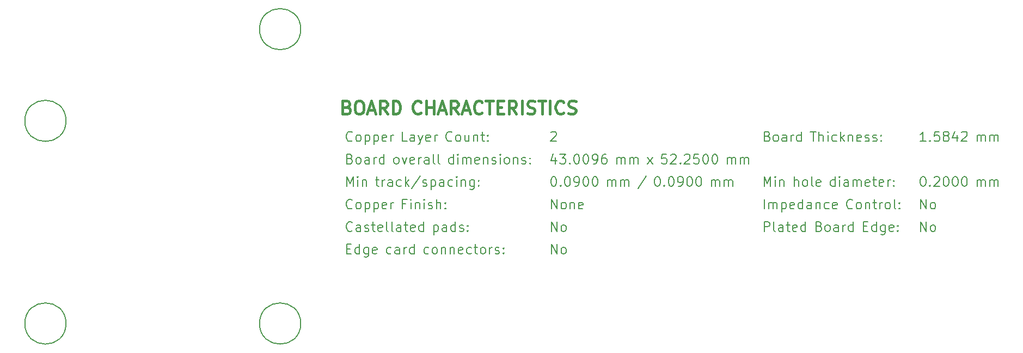
<source format=gbr>
%TF.GenerationSoftware,KiCad,Pcbnew,(7.0.0)*%
%TF.CreationDate,2023-10-01T16:50:46+07:00*%
%TF.ProjectId,CYPD3177,43595044-3331-4373-972e-6b696361645f,rev?*%
%TF.SameCoordinates,Original*%
%TF.FileFunction,Other,Comment*%
%FSLAX46Y46*%
G04 Gerber Fmt 4.6, Leading zero omitted, Abs format (unit mm)*
G04 Created by KiCad (PCBNEW (7.0.0)) date 2023-10-01 16:50:46*
%MOMM*%
%LPD*%
G01*
G04 APERTURE LIST*
%ADD10C,0.200000*%
%ADD11C,0.400000*%
%ADD12C,0.150000*%
G04 APERTURE END LIST*
D10*
X171164282Y-37428571D02*
X170307139Y-37428571D01*
X170735710Y-37428571D02*
X170735710Y-35928571D01*
X170735710Y-35928571D02*
X170592853Y-36142857D01*
X170592853Y-36142857D02*
X170449996Y-36285714D01*
X170449996Y-36285714D02*
X170307139Y-36357142D01*
X171807138Y-37285714D02*
X171878567Y-37357142D01*
X171878567Y-37357142D02*
X171807138Y-37428571D01*
X171807138Y-37428571D02*
X171735710Y-37357142D01*
X171735710Y-37357142D02*
X171807138Y-37285714D01*
X171807138Y-37285714D02*
X171807138Y-37428571D01*
X173235710Y-35928571D02*
X172521424Y-35928571D01*
X172521424Y-35928571D02*
X172449996Y-36642857D01*
X172449996Y-36642857D02*
X172521424Y-36571428D01*
X172521424Y-36571428D02*
X172664282Y-36500000D01*
X172664282Y-36500000D02*
X173021424Y-36500000D01*
X173021424Y-36500000D02*
X173164282Y-36571428D01*
X173164282Y-36571428D02*
X173235710Y-36642857D01*
X173235710Y-36642857D02*
X173307139Y-36785714D01*
X173307139Y-36785714D02*
X173307139Y-37142857D01*
X173307139Y-37142857D02*
X173235710Y-37285714D01*
X173235710Y-37285714D02*
X173164282Y-37357142D01*
X173164282Y-37357142D02*
X173021424Y-37428571D01*
X173021424Y-37428571D02*
X172664282Y-37428571D01*
X172664282Y-37428571D02*
X172521424Y-37357142D01*
X172521424Y-37357142D02*
X172449996Y-37285714D01*
X174164281Y-36571428D02*
X174021424Y-36500000D01*
X174021424Y-36500000D02*
X173949995Y-36428571D01*
X173949995Y-36428571D02*
X173878567Y-36285714D01*
X173878567Y-36285714D02*
X173878567Y-36214285D01*
X173878567Y-36214285D02*
X173949995Y-36071428D01*
X173949995Y-36071428D02*
X174021424Y-36000000D01*
X174021424Y-36000000D02*
X174164281Y-35928571D01*
X174164281Y-35928571D02*
X174449995Y-35928571D01*
X174449995Y-35928571D02*
X174592853Y-36000000D01*
X174592853Y-36000000D02*
X174664281Y-36071428D01*
X174664281Y-36071428D02*
X174735710Y-36214285D01*
X174735710Y-36214285D02*
X174735710Y-36285714D01*
X174735710Y-36285714D02*
X174664281Y-36428571D01*
X174664281Y-36428571D02*
X174592853Y-36500000D01*
X174592853Y-36500000D02*
X174449995Y-36571428D01*
X174449995Y-36571428D02*
X174164281Y-36571428D01*
X174164281Y-36571428D02*
X174021424Y-36642857D01*
X174021424Y-36642857D02*
X173949995Y-36714285D01*
X173949995Y-36714285D02*
X173878567Y-36857142D01*
X173878567Y-36857142D02*
X173878567Y-37142857D01*
X173878567Y-37142857D02*
X173949995Y-37285714D01*
X173949995Y-37285714D02*
X174021424Y-37357142D01*
X174021424Y-37357142D02*
X174164281Y-37428571D01*
X174164281Y-37428571D02*
X174449995Y-37428571D01*
X174449995Y-37428571D02*
X174592853Y-37357142D01*
X174592853Y-37357142D02*
X174664281Y-37285714D01*
X174664281Y-37285714D02*
X174735710Y-37142857D01*
X174735710Y-37142857D02*
X174735710Y-36857142D01*
X174735710Y-36857142D02*
X174664281Y-36714285D01*
X174664281Y-36714285D02*
X174592853Y-36642857D01*
X174592853Y-36642857D02*
X174449995Y-36571428D01*
X176021424Y-36428571D02*
X176021424Y-37428571D01*
X175664281Y-35857142D02*
X175307138Y-36928571D01*
X175307138Y-36928571D02*
X176235709Y-36928571D01*
X176735709Y-36071428D02*
X176807137Y-36000000D01*
X176807137Y-36000000D02*
X176949995Y-35928571D01*
X176949995Y-35928571D02*
X177307137Y-35928571D01*
X177307137Y-35928571D02*
X177449995Y-36000000D01*
X177449995Y-36000000D02*
X177521423Y-36071428D01*
X177521423Y-36071428D02*
X177592852Y-36214285D01*
X177592852Y-36214285D02*
X177592852Y-36357142D01*
X177592852Y-36357142D02*
X177521423Y-36571428D01*
X177521423Y-36571428D02*
X176664280Y-37428571D01*
X176664280Y-37428571D02*
X177592852Y-37428571D01*
X179135708Y-37428571D02*
X179135708Y-36428571D01*
X179135708Y-36571428D02*
X179207137Y-36500000D01*
X179207137Y-36500000D02*
X179349994Y-36428571D01*
X179349994Y-36428571D02*
X179564280Y-36428571D01*
X179564280Y-36428571D02*
X179707137Y-36500000D01*
X179707137Y-36500000D02*
X179778566Y-36642857D01*
X179778566Y-36642857D02*
X179778566Y-37428571D01*
X179778566Y-36642857D02*
X179849994Y-36500000D01*
X179849994Y-36500000D02*
X179992851Y-36428571D01*
X179992851Y-36428571D02*
X180207137Y-36428571D01*
X180207137Y-36428571D02*
X180349994Y-36500000D01*
X180349994Y-36500000D02*
X180421423Y-36642857D01*
X180421423Y-36642857D02*
X180421423Y-37428571D01*
X181135708Y-37428571D02*
X181135708Y-36428571D01*
X181135708Y-36571428D02*
X181207137Y-36500000D01*
X181207137Y-36500000D02*
X181349994Y-36428571D01*
X181349994Y-36428571D02*
X181564280Y-36428571D01*
X181564280Y-36428571D02*
X181707137Y-36500000D01*
X181707137Y-36500000D02*
X181778566Y-36642857D01*
X181778566Y-36642857D02*
X181778566Y-37428571D01*
X181778566Y-36642857D02*
X181849994Y-36500000D01*
X181849994Y-36500000D02*
X181992851Y-36428571D01*
X181992851Y-36428571D02*
X182207137Y-36428571D01*
X182207137Y-36428571D02*
X182349994Y-36500000D01*
X182349994Y-36500000D02*
X182421423Y-36642857D01*
X182421423Y-36642857D02*
X182421423Y-37428571D01*
D11*
X81142857Y-32107142D02*
X81428571Y-32202380D01*
X81428571Y-32202380D02*
X81523809Y-32297619D01*
X81523809Y-32297619D02*
X81619047Y-32488095D01*
X81619047Y-32488095D02*
X81619047Y-32773809D01*
X81619047Y-32773809D02*
X81523809Y-32964285D01*
X81523809Y-32964285D02*
X81428571Y-33059523D01*
X81428571Y-33059523D02*
X81238095Y-33154761D01*
X81238095Y-33154761D02*
X80476190Y-33154761D01*
X80476190Y-33154761D02*
X80476190Y-31154761D01*
X80476190Y-31154761D02*
X81142857Y-31154761D01*
X81142857Y-31154761D02*
X81333333Y-31250000D01*
X81333333Y-31250000D02*
X81428571Y-31345238D01*
X81428571Y-31345238D02*
X81523809Y-31535714D01*
X81523809Y-31535714D02*
X81523809Y-31726190D01*
X81523809Y-31726190D02*
X81428571Y-31916666D01*
X81428571Y-31916666D02*
X81333333Y-32011904D01*
X81333333Y-32011904D02*
X81142857Y-32107142D01*
X81142857Y-32107142D02*
X80476190Y-32107142D01*
X82857142Y-31154761D02*
X83238095Y-31154761D01*
X83238095Y-31154761D02*
X83428571Y-31250000D01*
X83428571Y-31250000D02*
X83619047Y-31440476D01*
X83619047Y-31440476D02*
X83714285Y-31821428D01*
X83714285Y-31821428D02*
X83714285Y-32488095D01*
X83714285Y-32488095D02*
X83619047Y-32869047D01*
X83619047Y-32869047D02*
X83428571Y-33059523D01*
X83428571Y-33059523D02*
X83238095Y-33154761D01*
X83238095Y-33154761D02*
X82857142Y-33154761D01*
X82857142Y-33154761D02*
X82666666Y-33059523D01*
X82666666Y-33059523D02*
X82476190Y-32869047D01*
X82476190Y-32869047D02*
X82380952Y-32488095D01*
X82380952Y-32488095D02*
X82380952Y-31821428D01*
X82380952Y-31821428D02*
X82476190Y-31440476D01*
X82476190Y-31440476D02*
X82666666Y-31250000D01*
X82666666Y-31250000D02*
X82857142Y-31154761D01*
X84476190Y-32583333D02*
X85428571Y-32583333D01*
X84285714Y-33154761D02*
X84952380Y-31154761D01*
X84952380Y-31154761D02*
X85619047Y-33154761D01*
X87428571Y-33154761D02*
X86761904Y-32202380D01*
X86285714Y-33154761D02*
X86285714Y-31154761D01*
X86285714Y-31154761D02*
X87047619Y-31154761D01*
X87047619Y-31154761D02*
X87238095Y-31250000D01*
X87238095Y-31250000D02*
X87333333Y-31345238D01*
X87333333Y-31345238D02*
X87428571Y-31535714D01*
X87428571Y-31535714D02*
X87428571Y-31821428D01*
X87428571Y-31821428D02*
X87333333Y-32011904D01*
X87333333Y-32011904D02*
X87238095Y-32107142D01*
X87238095Y-32107142D02*
X87047619Y-32202380D01*
X87047619Y-32202380D02*
X86285714Y-32202380D01*
X88285714Y-33154761D02*
X88285714Y-31154761D01*
X88285714Y-31154761D02*
X88761904Y-31154761D01*
X88761904Y-31154761D02*
X89047619Y-31250000D01*
X89047619Y-31250000D02*
X89238095Y-31440476D01*
X89238095Y-31440476D02*
X89333333Y-31630952D01*
X89333333Y-31630952D02*
X89428571Y-32011904D01*
X89428571Y-32011904D02*
X89428571Y-32297619D01*
X89428571Y-32297619D02*
X89333333Y-32678571D01*
X89333333Y-32678571D02*
X89238095Y-32869047D01*
X89238095Y-32869047D02*
X89047619Y-33059523D01*
X89047619Y-33059523D02*
X88761904Y-33154761D01*
X88761904Y-33154761D02*
X88285714Y-33154761D01*
X92628571Y-32964285D02*
X92533333Y-33059523D01*
X92533333Y-33059523D02*
X92247619Y-33154761D01*
X92247619Y-33154761D02*
X92057143Y-33154761D01*
X92057143Y-33154761D02*
X91771428Y-33059523D01*
X91771428Y-33059523D02*
X91580952Y-32869047D01*
X91580952Y-32869047D02*
X91485714Y-32678571D01*
X91485714Y-32678571D02*
X91390476Y-32297619D01*
X91390476Y-32297619D02*
X91390476Y-32011904D01*
X91390476Y-32011904D02*
X91485714Y-31630952D01*
X91485714Y-31630952D02*
X91580952Y-31440476D01*
X91580952Y-31440476D02*
X91771428Y-31250000D01*
X91771428Y-31250000D02*
X92057143Y-31154761D01*
X92057143Y-31154761D02*
X92247619Y-31154761D01*
X92247619Y-31154761D02*
X92533333Y-31250000D01*
X92533333Y-31250000D02*
X92628571Y-31345238D01*
X93485714Y-33154761D02*
X93485714Y-31154761D01*
X93485714Y-32107142D02*
X94628571Y-32107142D01*
X94628571Y-33154761D02*
X94628571Y-31154761D01*
X95485714Y-32583333D02*
X96438095Y-32583333D01*
X95295238Y-33154761D02*
X95961904Y-31154761D01*
X95961904Y-31154761D02*
X96628571Y-33154761D01*
X98438095Y-33154761D02*
X97771428Y-32202380D01*
X97295238Y-33154761D02*
X97295238Y-31154761D01*
X97295238Y-31154761D02*
X98057143Y-31154761D01*
X98057143Y-31154761D02*
X98247619Y-31250000D01*
X98247619Y-31250000D02*
X98342857Y-31345238D01*
X98342857Y-31345238D02*
X98438095Y-31535714D01*
X98438095Y-31535714D02*
X98438095Y-31821428D01*
X98438095Y-31821428D02*
X98342857Y-32011904D01*
X98342857Y-32011904D02*
X98247619Y-32107142D01*
X98247619Y-32107142D02*
X98057143Y-32202380D01*
X98057143Y-32202380D02*
X97295238Y-32202380D01*
X99200000Y-32583333D02*
X100152381Y-32583333D01*
X99009524Y-33154761D02*
X99676190Y-31154761D01*
X99676190Y-31154761D02*
X100342857Y-33154761D01*
X102152381Y-32964285D02*
X102057143Y-33059523D01*
X102057143Y-33059523D02*
X101771429Y-33154761D01*
X101771429Y-33154761D02*
X101580953Y-33154761D01*
X101580953Y-33154761D02*
X101295238Y-33059523D01*
X101295238Y-33059523D02*
X101104762Y-32869047D01*
X101104762Y-32869047D02*
X101009524Y-32678571D01*
X101009524Y-32678571D02*
X100914286Y-32297619D01*
X100914286Y-32297619D02*
X100914286Y-32011904D01*
X100914286Y-32011904D02*
X101009524Y-31630952D01*
X101009524Y-31630952D02*
X101104762Y-31440476D01*
X101104762Y-31440476D02*
X101295238Y-31250000D01*
X101295238Y-31250000D02*
X101580953Y-31154761D01*
X101580953Y-31154761D02*
X101771429Y-31154761D01*
X101771429Y-31154761D02*
X102057143Y-31250000D01*
X102057143Y-31250000D02*
X102152381Y-31345238D01*
X102723810Y-31154761D02*
X103866667Y-31154761D01*
X103295238Y-33154761D02*
X103295238Y-31154761D01*
X104533334Y-32107142D02*
X105200001Y-32107142D01*
X105485715Y-33154761D02*
X104533334Y-33154761D01*
X104533334Y-33154761D02*
X104533334Y-31154761D01*
X104533334Y-31154761D02*
X105485715Y-31154761D01*
X107485715Y-33154761D02*
X106819048Y-32202380D01*
X106342858Y-33154761D02*
X106342858Y-31154761D01*
X106342858Y-31154761D02*
X107104763Y-31154761D01*
X107104763Y-31154761D02*
X107295239Y-31250000D01*
X107295239Y-31250000D02*
X107390477Y-31345238D01*
X107390477Y-31345238D02*
X107485715Y-31535714D01*
X107485715Y-31535714D02*
X107485715Y-31821428D01*
X107485715Y-31821428D02*
X107390477Y-32011904D01*
X107390477Y-32011904D02*
X107295239Y-32107142D01*
X107295239Y-32107142D02*
X107104763Y-32202380D01*
X107104763Y-32202380D02*
X106342858Y-32202380D01*
X108342858Y-33154761D02*
X108342858Y-31154761D01*
X109200001Y-33059523D02*
X109485715Y-33154761D01*
X109485715Y-33154761D02*
X109961906Y-33154761D01*
X109961906Y-33154761D02*
X110152382Y-33059523D01*
X110152382Y-33059523D02*
X110247620Y-32964285D01*
X110247620Y-32964285D02*
X110342858Y-32773809D01*
X110342858Y-32773809D02*
X110342858Y-32583333D01*
X110342858Y-32583333D02*
X110247620Y-32392857D01*
X110247620Y-32392857D02*
X110152382Y-32297619D01*
X110152382Y-32297619D02*
X109961906Y-32202380D01*
X109961906Y-32202380D02*
X109580953Y-32107142D01*
X109580953Y-32107142D02*
X109390477Y-32011904D01*
X109390477Y-32011904D02*
X109295239Y-31916666D01*
X109295239Y-31916666D02*
X109200001Y-31726190D01*
X109200001Y-31726190D02*
X109200001Y-31535714D01*
X109200001Y-31535714D02*
X109295239Y-31345238D01*
X109295239Y-31345238D02*
X109390477Y-31250000D01*
X109390477Y-31250000D02*
X109580953Y-31154761D01*
X109580953Y-31154761D02*
X110057144Y-31154761D01*
X110057144Y-31154761D02*
X110342858Y-31250000D01*
X110914287Y-31154761D02*
X112057144Y-31154761D01*
X111485715Y-33154761D02*
X111485715Y-31154761D01*
X112723811Y-33154761D02*
X112723811Y-31154761D01*
X114819049Y-32964285D02*
X114723811Y-33059523D01*
X114723811Y-33059523D02*
X114438097Y-33154761D01*
X114438097Y-33154761D02*
X114247621Y-33154761D01*
X114247621Y-33154761D02*
X113961906Y-33059523D01*
X113961906Y-33059523D02*
X113771430Y-32869047D01*
X113771430Y-32869047D02*
X113676192Y-32678571D01*
X113676192Y-32678571D02*
X113580954Y-32297619D01*
X113580954Y-32297619D02*
X113580954Y-32011904D01*
X113580954Y-32011904D02*
X113676192Y-31630952D01*
X113676192Y-31630952D02*
X113771430Y-31440476D01*
X113771430Y-31440476D02*
X113961906Y-31250000D01*
X113961906Y-31250000D02*
X114247621Y-31154761D01*
X114247621Y-31154761D02*
X114438097Y-31154761D01*
X114438097Y-31154761D02*
X114723811Y-31250000D01*
X114723811Y-31250000D02*
X114819049Y-31345238D01*
X115580954Y-33059523D02*
X115866668Y-33154761D01*
X115866668Y-33154761D02*
X116342859Y-33154761D01*
X116342859Y-33154761D02*
X116533335Y-33059523D01*
X116533335Y-33059523D02*
X116628573Y-32964285D01*
X116628573Y-32964285D02*
X116723811Y-32773809D01*
X116723811Y-32773809D02*
X116723811Y-32583333D01*
X116723811Y-32583333D02*
X116628573Y-32392857D01*
X116628573Y-32392857D02*
X116533335Y-32297619D01*
X116533335Y-32297619D02*
X116342859Y-32202380D01*
X116342859Y-32202380D02*
X115961906Y-32107142D01*
X115961906Y-32107142D02*
X115771430Y-32011904D01*
X115771430Y-32011904D02*
X115676192Y-31916666D01*
X115676192Y-31916666D02*
X115580954Y-31726190D01*
X115580954Y-31726190D02*
X115580954Y-31535714D01*
X115580954Y-31535714D02*
X115676192Y-31345238D01*
X115676192Y-31345238D02*
X115771430Y-31250000D01*
X115771430Y-31250000D02*
X115961906Y-31154761D01*
X115961906Y-31154761D02*
X116438097Y-31154761D01*
X116438097Y-31154761D02*
X116723811Y-31250000D01*
D10*
X146021424Y-51428571D02*
X146021424Y-49928571D01*
X146021424Y-49928571D02*
X146592853Y-49928571D01*
X146592853Y-49928571D02*
X146735710Y-50000000D01*
X146735710Y-50000000D02*
X146807139Y-50071428D01*
X146807139Y-50071428D02*
X146878567Y-50214285D01*
X146878567Y-50214285D02*
X146878567Y-50428571D01*
X146878567Y-50428571D02*
X146807139Y-50571428D01*
X146807139Y-50571428D02*
X146735710Y-50642857D01*
X146735710Y-50642857D02*
X146592853Y-50714285D01*
X146592853Y-50714285D02*
X146021424Y-50714285D01*
X147735710Y-51428571D02*
X147592853Y-51357142D01*
X147592853Y-51357142D02*
X147521424Y-51214285D01*
X147521424Y-51214285D02*
X147521424Y-49928571D01*
X148949996Y-51428571D02*
X148949996Y-50642857D01*
X148949996Y-50642857D02*
X148878567Y-50500000D01*
X148878567Y-50500000D02*
X148735710Y-50428571D01*
X148735710Y-50428571D02*
X148449996Y-50428571D01*
X148449996Y-50428571D02*
X148307138Y-50500000D01*
X148949996Y-51357142D02*
X148807138Y-51428571D01*
X148807138Y-51428571D02*
X148449996Y-51428571D01*
X148449996Y-51428571D02*
X148307138Y-51357142D01*
X148307138Y-51357142D02*
X148235710Y-51214285D01*
X148235710Y-51214285D02*
X148235710Y-51071428D01*
X148235710Y-51071428D02*
X148307138Y-50928571D01*
X148307138Y-50928571D02*
X148449996Y-50857142D01*
X148449996Y-50857142D02*
X148807138Y-50857142D01*
X148807138Y-50857142D02*
X148949996Y-50785714D01*
X149449996Y-50428571D02*
X150021424Y-50428571D01*
X149664281Y-49928571D02*
X149664281Y-51214285D01*
X149664281Y-51214285D02*
X149735710Y-51357142D01*
X149735710Y-51357142D02*
X149878567Y-51428571D01*
X149878567Y-51428571D02*
X150021424Y-51428571D01*
X151092853Y-51357142D02*
X150949996Y-51428571D01*
X150949996Y-51428571D02*
X150664282Y-51428571D01*
X150664282Y-51428571D02*
X150521424Y-51357142D01*
X150521424Y-51357142D02*
X150449996Y-51214285D01*
X150449996Y-51214285D02*
X150449996Y-50642857D01*
X150449996Y-50642857D02*
X150521424Y-50500000D01*
X150521424Y-50500000D02*
X150664282Y-50428571D01*
X150664282Y-50428571D02*
X150949996Y-50428571D01*
X150949996Y-50428571D02*
X151092853Y-50500000D01*
X151092853Y-50500000D02*
X151164282Y-50642857D01*
X151164282Y-50642857D02*
X151164282Y-50785714D01*
X151164282Y-50785714D02*
X150449996Y-50928571D01*
X152449996Y-51428571D02*
X152449996Y-49928571D01*
X152449996Y-51357142D02*
X152307138Y-51428571D01*
X152307138Y-51428571D02*
X152021424Y-51428571D01*
X152021424Y-51428571D02*
X151878567Y-51357142D01*
X151878567Y-51357142D02*
X151807138Y-51285714D01*
X151807138Y-51285714D02*
X151735710Y-51142857D01*
X151735710Y-51142857D02*
X151735710Y-50714285D01*
X151735710Y-50714285D02*
X151807138Y-50571428D01*
X151807138Y-50571428D02*
X151878567Y-50500000D01*
X151878567Y-50500000D02*
X152021424Y-50428571D01*
X152021424Y-50428571D02*
X152307138Y-50428571D01*
X152307138Y-50428571D02*
X152449996Y-50500000D01*
X154564281Y-50642857D02*
X154778567Y-50714285D01*
X154778567Y-50714285D02*
X154849996Y-50785714D01*
X154849996Y-50785714D02*
X154921424Y-50928571D01*
X154921424Y-50928571D02*
X154921424Y-51142857D01*
X154921424Y-51142857D02*
X154849996Y-51285714D01*
X154849996Y-51285714D02*
X154778567Y-51357142D01*
X154778567Y-51357142D02*
X154635710Y-51428571D01*
X154635710Y-51428571D02*
X154064281Y-51428571D01*
X154064281Y-51428571D02*
X154064281Y-49928571D01*
X154064281Y-49928571D02*
X154564281Y-49928571D01*
X154564281Y-49928571D02*
X154707139Y-50000000D01*
X154707139Y-50000000D02*
X154778567Y-50071428D01*
X154778567Y-50071428D02*
X154849996Y-50214285D01*
X154849996Y-50214285D02*
X154849996Y-50357142D01*
X154849996Y-50357142D02*
X154778567Y-50500000D01*
X154778567Y-50500000D02*
X154707139Y-50571428D01*
X154707139Y-50571428D02*
X154564281Y-50642857D01*
X154564281Y-50642857D02*
X154064281Y-50642857D01*
X155778567Y-51428571D02*
X155635710Y-51357142D01*
X155635710Y-51357142D02*
X155564281Y-51285714D01*
X155564281Y-51285714D02*
X155492853Y-51142857D01*
X155492853Y-51142857D02*
X155492853Y-50714285D01*
X155492853Y-50714285D02*
X155564281Y-50571428D01*
X155564281Y-50571428D02*
X155635710Y-50500000D01*
X155635710Y-50500000D02*
X155778567Y-50428571D01*
X155778567Y-50428571D02*
X155992853Y-50428571D01*
X155992853Y-50428571D02*
X156135710Y-50500000D01*
X156135710Y-50500000D02*
X156207139Y-50571428D01*
X156207139Y-50571428D02*
X156278567Y-50714285D01*
X156278567Y-50714285D02*
X156278567Y-51142857D01*
X156278567Y-51142857D02*
X156207139Y-51285714D01*
X156207139Y-51285714D02*
X156135710Y-51357142D01*
X156135710Y-51357142D02*
X155992853Y-51428571D01*
X155992853Y-51428571D02*
X155778567Y-51428571D01*
X157564282Y-51428571D02*
X157564282Y-50642857D01*
X157564282Y-50642857D02*
X157492853Y-50500000D01*
X157492853Y-50500000D02*
X157349996Y-50428571D01*
X157349996Y-50428571D02*
X157064282Y-50428571D01*
X157064282Y-50428571D02*
X156921424Y-50500000D01*
X157564282Y-51357142D02*
X157421424Y-51428571D01*
X157421424Y-51428571D02*
X157064282Y-51428571D01*
X157064282Y-51428571D02*
X156921424Y-51357142D01*
X156921424Y-51357142D02*
X156849996Y-51214285D01*
X156849996Y-51214285D02*
X156849996Y-51071428D01*
X156849996Y-51071428D02*
X156921424Y-50928571D01*
X156921424Y-50928571D02*
X157064282Y-50857142D01*
X157064282Y-50857142D02*
X157421424Y-50857142D01*
X157421424Y-50857142D02*
X157564282Y-50785714D01*
X158278567Y-51428571D02*
X158278567Y-50428571D01*
X158278567Y-50714285D02*
X158349996Y-50571428D01*
X158349996Y-50571428D02*
X158421425Y-50500000D01*
X158421425Y-50500000D02*
X158564282Y-50428571D01*
X158564282Y-50428571D02*
X158707139Y-50428571D01*
X159849996Y-51428571D02*
X159849996Y-49928571D01*
X159849996Y-51357142D02*
X159707138Y-51428571D01*
X159707138Y-51428571D02*
X159421424Y-51428571D01*
X159421424Y-51428571D02*
X159278567Y-51357142D01*
X159278567Y-51357142D02*
X159207138Y-51285714D01*
X159207138Y-51285714D02*
X159135710Y-51142857D01*
X159135710Y-51142857D02*
X159135710Y-50714285D01*
X159135710Y-50714285D02*
X159207138Y-50571428D01*
X159207138Y-50571428D02*
X159278567Y-50500000D01*
X159278567Y-50500000D02*
X159421424Y-50428571D01*
X159421424Y-50428571D02*
X159707138Y-50428571D01*
X159707138Y-50428571D02*
X159849996Y-50500000D01*
X161464281Y-50642857D02*
X161964281Y-50642857D01*
X162178567Y-51428571D02*
X161464281Y-51428571D01*
X161464281Y-51428571D02*
X161464281Y-49928571D01*
X161464281Y-49928571D02*
X162178567Y-49928571D01*
X163464282Y-51428571D02*
X163464282Y-49928571D01*
X163464282Y-51357142D02*
X163321424Y-51428571D01*
X163321424Y-51428571D02*
X163035710Y-51428571D01*
X163035710Y-51428571D02*
X162892853Y-51357142D01*
X162892853Y-51357142D02*
X162821424Y-51285714D01*
X162821424Y-51285714D02*
X162749996Y-51142857D01*
X162749996Y-51142857D02*
X162749996Y-50714285D01*
X162749996Y-50714285D02*
X162821424Y-50571428D01*
X162821424Y-50571428D02*
X162892853Y-50500000D01*
X162892853Y-50500000D02*
X163035710Y-50428571D01*
X163035710Y-50428571D02*
X163321424Y-50428571D01*
X163321424Y-50428571D02*
X163464282Y-50500000D01*
X164821425Y-50428571D02*
X164821425Y-51642857D01*
X164821425Y-51642857D02*
X164749996Y-51785714D01*
X164749996Y-51785714D02*
X164678567Y-51857142D01*
X164678567Y-51857142D02*
X164535710Y-51928571D01*
X164535710Y-51928571D02*
X164321425Y-51928571D01*
X164321425Y-51928571D02*
X164178567Y-51857142D01*
X164821425Y-51357142D02*
X164678567Y-51428571D01*
X164678567Y-51428571D02*
X164392853Y-51428571D01*
X164392853Y-51428571D02*
X164249996Y-51357142D01*
X164249996Y-51357142D02*
X164178567Y-51285714D01*
X164178567Y-51285714D02*
X164107139Y-51142857D01*
X164107139Y-51142857D02*
X164107139Y-50714285D01*
X164107139Y-50714285D02*
X164178567Y-50571428D01*
X164178567Y-50571428D02*
X164249996Y-50500000D01*
X164249996Y-50500000D02*
X164392853Y-50428571D01*
X164392853Y-50428571D02*
X164678567Y-50428571D01*
X164678567Y-50428571D02*
X164821425Y-50500000D01*
X166107139Y-51357142D02*
X165964282Y-51428571D01*
X165964282Y-51428571D02*
X165678568Y-51428571D01*
X165678568Y-51428571D02*
X165535710Y-51357142D01*
X165535710Y-51357142D02*
X165464282Y-51214285D01*
X165464282Y-51214285D02*
X165464282Y-50642857D01*
X165464282Y-50642857D02*
X165535710Y-50500000D01*
X165535710Y-50500000D02*
X165678568Y-50428571D01*
X165678568Y-50428571D02*
X165964282Y-50428571D01*
X165964282Y-50428571D02*
X166107139Y-50500000D01*
X166107139Y-50500000D02*
X166178568Y-50642857D01*
X166178568Y-50642857D02*
X166178568Y-50785714D01*
X166178568Y-50785714D02*
X165464282Y-50928571D01*
X166821424Y-51285714D02*
X166892853Y-51357142D01*
X166892853Y-51357142D02*
X166821424Y-51428571D01*
X166821424Y-51428571D02*
X166749996Y-51357142D01*
X166749996Y-51357142D02*
X166821424Y-51285714D01*
X166821424Y-51285714D02*
X166821424Y-51428571D01*
X166821424Y-50500000D02*
X166892853Y-50571428D01*
X166892853Y-50571428D02*
X166821424Y-50642857D01*
X166821424Y-50642857D02*
X166749996Y-50571428D01*
X166749996Y-50571428D02*
X166821424Y-50500000D01*
X166821424Y-50500000D02*
X166821424Y-50642857D01*
X81964285Y-47785714D02*
X81892857Y-47857142D01*
X81892857Y-47857142D02*
X81678571Y-47928571D01*
X81678571Y-47928571D02*
X81535714Y-47928571D01*
X81535714Y-47928571D02*
X81321428Y-47857142D01*
X81321428Y-47857142D02*
X81178571Y-47714285D01*
X81178571Y-47714285D02*
X81107142Y-47571428D01*
X81107142Y-47571428D02*
X81035714Y-47285714D01*
X81035714Y-47285714D02*
X81035714Y-47071428D01*
X81035714Y-47071428D02*
X81107142Y-46785714D01*
X81107142Y-46785714D02*
X81178571Y-46642857D01*
X81178571Y-46642857D02*
X81321428Y-46500000D01*
X81321428Y-46500000D02*
X81535714Y-46428571D01*
X81535714Y-46428571D02*
X81678571Y-46428571D01*
X81678571Y-46428571D02*
X81892857Y-46500000D01*
X81892857Y-46500000D02*
X81964285Y-46571428D01*
X82821428Y-47928571D02*
X82678571Y-47857142D01*
X82678571Y-47857142D02*
X82607142Y-47785714D01*
X82607142Y-47785714D02*
X82535714Y-47642857D01*
X82535714Y-47642857D02*
X82535714Y-47214285D01*
X82535714Y-47214285D02*
X82607142Y-47071428D01*
X82607142Y-47071428D02*
X82678571Y-47000000D01*
X82678571Y-47000000D02*
X82821428Y-46928571D01*
X82821428Y-46928571D02*
X83035714Y-46928571D01*
X83035714Y-46928571D02*
X83178571Y-47000000D01*
X83178571Y-47000000D02*
X83250000Y-47071428D01*
X83250000Y-47071428D02*
X83321428Y-47214285D01*
X83321428Y-47214285D02*
X83321428Y-47642857D01*
X83321428Y-47642857D02*
X83250000Y-47785714D01*
X83250000Y-47785714D02*
X83178571Y-47857142D01*
X83178571Y-47857142D02*
X83035714Y-47928571D01*
X83035714Y-47928571D02*
X82821428Y-47928571D01*
X83964285Y-46928571D02*
X83964285Y-48428571D01*
X83964285Y-47000000D02*
X84107143Y-46928571D01*
X84107143Y-46928571D02*
X84392857Y-46928571D01*
X84392857Y-46928571D02*
X84535714Y-47000000D01*
X84535714Y-47000000D02*
X84607143Y-47071428D01*
X84607143Y-47071428D02*
X84678571Y-47214285D01*
X84678571Y-47214285D02*
X84678571Y-47642857D01*
X84678571Y-47642857D02*
X84607143Y-47785714D01*
X84607143Y-47785714D02*
X84535714Y-47857142D01*
X84535714Y-47857142D02*
X84392857Y-47928571D01*
X84392857Y-47928571D02*
X84107143Y-47928571D01*
X84107143Y-47928571D02*
X83964285Y-47857142D01*
X85321428Y-46928571D02*
X85321428Y-48428571D01*
X85321428Y-47000000D02*
X85464286Y-46928571D01*
X85464286Y-46928571D02*
X85750000Y-46928571D01*
X85750000Y-46928571D02*
X85892857Y-47000000D01*
X85892857Y-47000000D02*
X85964286Y-47071428D01*
X85964286Y-47071428D02*
X86035714Y-47214285D01*
X86035714Y-47214285D02*
X86035714Y-47642857D01*
X86035714Y-47642857D02*
X85964286Y-47785714D01*
X85964286Y-47785714D02*
X85892857Y-47857142D01*
X85892857Y-47857142D02*
X85750000Y-47928571D01*
X85750000Y-47928571D02*
X85464286Y-47928571D01*
X85464286Y-47928571D02*
X85321428Y-47857142D01*
X87250000Y-47857142D02*
X87107143Y-47928571D01*
X87107143Y-47928571D02*
X86821429Y-47928571D01*
X86821429Y-47928571D02*
X86678571Y-47857142D01*
X86678571Y-47857142D02*
X86607143Y-47714285D01*
X86607143Y-47714285D02*
X86607143Y-47142857D01*
X86607143Y-47142857D02*
X86678571Y-47000000D01*
X86678571Y-47000000D02*
X86821429Y-46928571D01*
X86821429Y-46928571D02*
X87107143Y-46928571D01*
X87107143Y-46928571D02*
X87250000Y-47000000D01*
X87250000Y-47000000D02*
X87321429Y-47142857D01*
X87321429Y-47142857D02*
X87321429Y-47285714D01*
X87321429Y-47285714D02*
X86607143Y-47428571D01*
X87964285Y-47928571D02*
X87964285Y-46928571D01*
X87964285Y-47214285D02*
X88035714Y-47071428D01*
X88035714Y-47071428D02*
X88107143Y-47000000D01*
X88107143Y-47000000D02*
X88250000Y-46928571D01*
X88250000Y-46928571D02*
X88392857Y-46928571D01*
X90292856Y-47142857D02*
X89792856Y-47142857D01*
X89792856Y-47928571D02*
X89792856Y-46428571D01*
X89792856Y-46428571D02*
X90507142Y-46428571D01*
X91078570Y-47928571D02*
X91078570Y-46928571D01*
X91078570Y-46428571D02*
X91007142Y-46500000D01*
X91007142Y-46500000D02*
X91078570Y-46571428D01*
X91078570Y-46571428D02*
X91149999Y-46500000D01*
X91149999Y-46500000D02*
X91078570Y-46428571D01*
X91078570Y-46428571D02*
X91078570Y-46571428D01*
X91792856Y-46928571D02*
X91792856Y-47928571D01*
X91792856Y-47071428D02*
X91864285Y-47000000D01*
X91864285Y-47000000D02*
X92007142Y-46928571D01*
X92007142Y-46928571D02*
X92221428Y-46928571D01*
X92221428Y-46928571D02*
X92364285Y-47000000D01*
X92364285Y-47000000D02*
X92435714Y-47142857D01*
X92435714Y-47142857D02*
X92435714Y-47928571D01*
X93149999Y-47928571D02*
X93149999Y-46928571D01*
X93149999Y-46428571D02*
X93078571Y-46500000D01*
X93078571Y-46500000D02*
X93149999Y-46571428D01*
X93149999Y-46571428D02*
X93221428Y-46500000D01*
X93221428Y-46500000D02*
X93149999Y-46428571D01*
X93149999Y-46428571D02*
X93149999Y-46571428D01*
X93792857Y-47857142D02*
X93935714Y-47928571D01*
X93935714Y-47928571D02*
X94221428Y-47928571D01*
X94221428Y-47928571D02*
X94364285Y-47857142D01*
X94364285Y-47857142D02*
X94435714Y-47714285D01*
X94435714Y-47714285D02*
X94435714Y-47642857D01*
X94435714Y-47642857D02*
X94364285Y-47500000D01*
X94364285Y-47500000D02*
X94221428Y-47428571D01*
X94221428Y-47428571D02*
X94007143Y-47428571D01*
X94007143Y-47428571D02*
X93864285Y-47357142D01*
X93864285Y-47357142D02*
X93792857Y-47214285D01*
X93792857Y-47214285D02*
X93792857Y-47142857D01*
X93792857Y-47142857D02*
X93864285Y-47000000D01*
X93864285Y-47000000D02*
X94007143Y-46928571D01*
X94007143Y-46928571D02*
X94221428Y-46928571D01*
X94221428Y-46928571D02*
X94364285Y-47000000D01*
X95078571Y-47928571D02*
X95078571Y-46428571D01*
X95721429Y-47928571D02*
X95721429Y-47142857D01*
X95721429Y-47142857D02*
X95650000Y-47000000D01*
X95650000Y-47000000D02*
X95507143Y-46928571D01*
X95507143Y-46928571D02*
X95292857Y-46928571D01*
X95292857Y-46928571D02*
X95150000Y-47000000D01*
X95150000Y-47000000D02*
X95078571Y-47071428D01*
X96435714Y-47785714D02*
X96507143Y-47857142D01*
X96507143Y-47857142D02*
X96435714Y-47928571D01*
X96435714Y-47928571D02*
X96364286Y-47857142D01*
X96364286Y-47857142D02*
X96435714Y-47785714D01*
X96435714Y-47785714D02*
X96435714Y-47928571D01*
X96435714Y-47000000D02*
X96507143Y-47071428D01*
X96507143Y-47071428D02*
X96435714Y-47142857D01*
X96435714Y-47142857D02*
X96364286Y-47071428D01*
X96364286Y-47071428D02*
X96435714Y-47000000D01*
X96435714Y-47000000D02*
X96435714Y-47142857D01*
X113578572Y-39928571D02*
X113578572Y-40928571D01*
X113221429Y-39357142D02*
X112864286Y-40428571D01*
X112864286Y-40428571D02*
X113792857Y-40428571D01*
X114221428Y-39428571D02*
X115150000Y-39428571D01*
X115150000Y-39428571D02*
X114650000Y-40000000D01*
X114650000Y-40000000D02*
X114864285Y-40000000D01*
X114864285Y-40000000D02*
X115007143Y-40071428D01*
X115007143Y-40071428D02*
X115078571Y-40142857D01*
X115078571Y-40142857D02*
X115150000Y-40285714D01*
X115150000Y-40285714D02*
X115150000Y-40642857D01*
X115150000Y-40642857D02*
X115078571Y-40785714D01*
X115078571Y-40785714D02*
X115007143Y-40857142D01*
X115007143Y-40857142D02*
X114864285Y-40928571D01*
X114864285Y-40928571D02*
X114435714Y-40928571D01*
X114435714Y-40928571D02*
X114292857Y-40857142D01*
X114292857Y-40857142D02*
X114221428Y-40785714D01*
X115792856Y-40785714D02*
X115864285Y-40857142D01*
X115864285Y-40857142D02*
X115792856Y-40928571D01*
X115792856Y-40928571D02*
X115721428Y-40857142D01*
X115721428Y-40857142D02*
X115792856Y-40785714D01*
X115792856Y-40785714D02*
X115792856Y-40928571D01*
X116792857Y-39428571D02*
X116935714Y-39428571D01*
X116935714Y-39428571D02*
X117078571Y-39500000D01*
X117078571Y-39500000D02*
X117150000Y-39571428D01*
X117150000Y-39571428D02*
X117221428Y-39714285D01*
X117221428Y-39714285D02*
X117292857Y-40000000D01*
X117292857Y-40000000D02*
X117292857Y-40357142D01*
X117292857Y-40357142D02*
X117221428Y-40642857D01*
X117221428Y-40642857D02*
X117150000Y-40785714D01*
X117150000Y-40785714D02*
X117078571Y-40857142D01*
X117078571Y-40857142D02*
X116935714Y-40928571D01*
X116935714Y-40928571D02*
X116792857Y-40928571D01*
X116792857Y-40928571D02*
X116650000Y-40857142D01*
X116650000Y-40857142D02*
X116578571Y-40785714D01*
X116578571Y-40785714D02*
X116507142Y-40642857D01*
X116507142Y-40642857D02*
X116435714Y-40357142D01*
X116435714Y-40357142D02*
X116435714Y-40000000D01*
X116435714Y-40000000D02*
X116507142Y-39714285D01*
X116507142Y-39714285D02*
X116578571Y-39571428D01*
X116578571Y-39571428D02*
X116650000Y-39500000D01*
X116650000Y-39500000D02*
X116792857Y-39428571D01*
X118221428Y-39428571D02*
X118364285Y-39428571D01*
X118364285Y-39428571D02*
X118507142Y-39500000D01*
X118507142Y-39500000D02*
X118578571Y-39571428D01*
X118578571Y-39571428D02*
X118649999Y-39714285D01*
X118649999Y-39714285D02*
X118721428Y-40000000D01*
X118721428Y-40000000D02*
X118721428Y-40357142D01*
X118721428Y-40357142D02*
X118649999Y-40642857D01*
X118649999Y-40642857D02*
X118578571Y-40785714D01*
X118578571Y-40785714D02*
X118507142Y-40857142D01*
X118507142Y-40857142D02*
X118364285Y-40928571D01*
X118364285Y-40928571D02*
X118221428Y-40928571D01*
X118221428Y-40928571D02*
X118078571Y-40857142D01*
X118078571Y-40857142D02*
X118007142Y-40785714D01*
X118007142Y-40785714D02*
X117935713Y-40642857D01*
X117935713Y-40642857D02*
X117864285Y-40357142D01*
X117864285Y-40357142D02*
X117864285Y-40000000D01*
X117864285Y-40000000D02*
X117935713Y-39714285D01*
X117935713Y-39714285D02*
X118007142Y-39571428D01*
X118007142Y-39571428D02*
X118078571Y-39500000D01*
X118078571Y-39500000D02*
X118221428Y-39428571D01*
X119435713Y-40928571D02*
X119721427Y-40928571D01*
X119721427Y-40928571D02*
X119864284Y-40857142D01*
X119864284Y-40857142D02*
X119935713Y-40785714D01*
X119935713Y-40785714D02*
X120078570Y-40571428D01*
X120078570Y-40571428D02*
X120149999Y-40285714D01*
X120149999Y-40285714D02*
X120149999Y-39714285D01*
X120149999Y-39714285D02*
X120078570Y-39571428D01*
X120078570Y-39571428D02*
X120007142Y-39500000D01*
X120007142Y-39500000D02*
X119864284Y-39428571D01*
X119864284Y-39428571D02*
X119578570Y-39428571D01*
X119578570Y-39428571D02*
X119435713Y-39500000D01*
X119435713Y-39500000D02*
X119364284Y-39571428D01*
X119364284Y-39571428D02*
X119292856Y-39714285D01*
X119292856Y-39714285D02*
X119292856Y-40071428D01*
X119292856Y-40071428D02*
X119364284Y-40214285D01*
X119364284Y-40214285D02*
X119435713Y-40285714D01*
X119435713Y-40285714D02*
X119578570Y-40357142D01*
X119578570Y-40357142D02*
X119864284Y-40357142D01*
X119864284Y-40357142D02*
X120007142Y-40285714D01*
X120007142Y-40285714D02*
X120078570Y-40214285D01*
X120078570Y-40214285D02*
X120149999Y-40071428D01*
X121435713Y-39428571D02*
X121149998Y-39428571D01*
X121149998Y-39428571D02*
X121007141Y-39500000D01*
X121007141Y-39500000D02*
X120935713Y-39571428D01*
X120935713Y-39571428D02*
X120792855Y-39785714D01*
X120792855Y-39785714D02*
X120721427Y-40071428D01*
X120721427Y-40071428D02*
X120721427Y-40642857D01*
X120721427Y-40642857D02*
X120792855Y-40785714D01*
X120792855Y-40785714D02*
X120864284Y-40857142D01*
X120864284Y-40857142D02*
X121007141Y-40928571D01*
X121007141Y-40928571D02*
X121292855Y-40928571D01*
X121292855Y-40928571D02*
X121435713Y-40857142D01*
X121435713Y-40857142D02*
X121507141Y-40785714D01*
X121507141Y-40785714D02*
X121578570Y-40642857D01*
X121578570Y-40642857D02*
X121578570Y-40285714D01*
X121578570Y-40285714D02*
X121507141Y-40142857D01*
X121507141Y-40142857D02*
X121435713Y-40071428D01*
X121435713Y-40071428D02*
X121292855Y-40000000D01*
X121292855Y-40000000D02*
X121007141Y-40000000D01*
X121007141Y-40000000D02*
X120864284Y-40071428D01*
X120864284Y-40071428D02*
X120792855Y-40142857D01*
X120792855Y-40142857D02*
X120721427Y-40285714D01*
X123121426Y-40928571D02*
X123121426Y-39928571D01*
X123121426Y-40071428D02*
X123192855Y-40000000D01*
X123192855Y-40000000D02*
X123335712Y-39928571D01*
X123335712Y-39928571D02*
X123549998Y-39928571D01*
X123549998Y-39928571D02*
X123692855Y-40000000D01*
X123692855Y-40000000D02*
X123764284Y-40142857D01*
X123764284Y-40142857D02*
X123764284Y-40928571D01*
X123764284Y-40142857D02*
X123835712Y-40000000D01*
X123835712Y-40000000D02*
X123978569Y-39928571D01*
X123978569Y-39928571D02*
X124192855Y-39928571D01*
X124192855Y-39928571D02*
X124335712Y-40000000D01*
X124335712Y-40000000D02*
X124407141Y-40142857D01*
X124407141Y-40142857D02*
X124407141Y-40928571D01*
X125121426Y-40928571D02*
X125121426Y-39928571D01*
X125121426Y-40071428D02*
X125192855Y-40000000D01*
X125192855Y-40000000D02*
X125335712Y-39928571D01*
X125335712Y-39928571D02*
X125549998Y-39928571D01*
X125549998Y-39928571D02*
X125692855Y-40000000D01*
X125692855Y-40000000D02*
X125764284Y-40142857D01*
X125764284Y-40142857D02*
X125764284Y-40928571D01*
X125764284Y-40142857D02*
X125835712Y-40000000D01*
X125835712Y-40000000D02*
X125978569Y-39928571D01*
X125978569Y-39928571D02*
X126192855Y-39928571D01*
X126192855Y-39928571D02*
X126335712Y-40000000D01*
X126335712Y-40000000D02*
X126407141Y-40142857D01*
X126407141Y-40142857D02*
X126407141Y-40928571D01*
X127878569Y-40928571D02*
X128664284Y-39928571D01*
X127878569Y-39928571D02*
X128664284Y-40928571D01*
X130849998Y-39428571D02*
X130135712Y-39428571D01*
X130135712Y-39428571D02*
X130064284Y-40142857D01*
X130064284Y-40142857D02*
X130135712Y-40071428D01*
X130135712Y-40071428D02*
X130278570Y-40000000D01*
X130278570Y-40000000D02*
X130635712Y-40000000D01*
X130635712Y-40000000D02*
X130778570Y-40071428D01*
X130778570Y-40071428D02*
X130849998Y-40142857D01*
X130849998Y-40142857D02*
X130921427Y-40285714D01*
X130921427Y-40285714D02*
X130921427Y-40642857D01*
X130921427Y-40642857D02*
X130849998Y-40785714D01*
X130849998Y-40785714D02*
X130778570Y-40857142D01*
X130778570Y-40857142D02*
X130635712Y-40928571D01*
X130635712Y-40928571D02*
X130278570Y-40928571D01*
X130278570Y-40928571D02*
X130135712Y-40857142D01*
X130135712Y-40857142D02*
X130064284Y-40785714D01*
X131492855Y-39571428D02*
X131564283Y-39500000D01*
X131564283Y-39500000D02*
X131707141Y-39428571D01*
X131707141Y-39428571D02*
X132064283Y-39428571D01*
X132064283Y-39428571D02*
X132207141Y-39500000D01*
X132207141Y-39500000D02*
X132278569Y-39571428D01*
X132278569Y-39571428D02*
X132349998Y-39714285D01*
X132349998Y-39714285D02*
X132349998Y-39857142D01*
X132349998Y-39857142D02*
X132278569Y-40071428D01*
X132278569Y-40071428D02*
X131421426Y-40928571D01*
X131421426Y-40928571D02*
X132349998Y-40928571D01*
X132992854Y-40785714D02*
X133064283Y-40857142D01*
X133064283Y-40857142D02*
X132992854Y-40928571D01*
X132992854Y-40928571D02*
X132921426Y-40857142D01*
X132921426Y-40857142D02*
X132992854Y-40785714D01*
X132992854Y-40785714D02*
X132992854Y-40928571D01*
X133635712Y-39571428D02*
X133707140Y-39500000D01*
X133707140Y-39500000D02*
X133849998Y-39428571D01*
X133849998Y-39428571D02*
X134207140Y-39428571D01*
X134207140Y-39428571D02*
X134349998Y-39500000D01*
X134349998Y-39500000D02*
X134421426Y-39571428D01*
X134421426Y-39571428D02*
X134492855Y-39714285D01*
X134492855Y-39714285D02*
X134492855Y-39857142D01*
X134492855Y-39857142D02*
X134421426Y-40071428D01*
X134421426Y-40071428D02*
X133564283Y-40928571D01*
X133564283Y-40928571D02*
X134492855Y-40928571D01*
X135849997Y-39428571D02*
X135135711Y-39428571D01*
X135135711Y-39428571D02*
X135064283Y-40142857D01*
X135064283Y-40142857D02*
X135135711Y-40071428D01*
X135135711Y-40071428D02*
X135278569Y-40000000D01*
X135278569Y-40000000D02*
X135635711Y-40000000D01*
X135635711Y-40000000D02*
X135778569Y-40071428D01*
X135778569Y-40071428D02*
X135849997Y-40142857D01*
X135849997Y-40142857D02*
X135921426Y-40285714D01*
X135921426Y-40285714D02*
X135921426Y-40642857D01*
X135921426Y-40642857D02*
X135849997Y-40785714D01*
X135849997Y-40785714D02*
X135778569Y-40857142D01*
X135778569Y-40857142D02*
X135635711Y-40928571D01*
X135635711Y-40928571D02*
X135278569Y-40928571D01*
X135278569Y-40928571D02*
X135135711Y-40857142D01*
X135135711Y-40857142D02*
X135064283Y-40785714D01*
X136849997Y-39428571D02*
X136992854Y-39428571D01*
X136992854Y-39428571D02*
X137135711Y-39500000D01*
X137135711Y-39500000D02*
X137207140Y-39571428D01*
X137207140Y-39571428D02*
X137278568Y-39714285D01*
X137278568Y-39714285D02*
X137349997Y-40000000D01*
X137349997Y-40000000D02*
X137349997Y-40357142D01*
X137349997Y-40357142D02*
X137278568Y-40642857D01*
X137278568Y-40642857D02*
X137207140Y-40785714D01*
X137207140Y-40785714D02*
X137135711Y-40857142D01*
X137135711Y-40857142D02*
X136992854Y-40928571D01*
X136992854Y-40928571D02*
X136849997Y-40928571D01*
X136849997Y-40928571D02*
X136707140Y-40857142D01*
X136707140Y-40857142D02*
X136635711Y-40785714D01*
X136635711Y-40785714D02*
X136564282Y-40642857D01*
X136564282Y-40642857D02*
X136492854Y-40357142D01*
X136492854Y-40357142D02*
X136492854Y-40000000D01*
X136492854Y-40000000D02*
X136564282Y-39714285D01*
X136564282Y-39714285D02*
X136635711Y-39571428D01*
X136635711Y-39571428D02*
X136707140Y-39500000D01*
X136707140Y-39500000D02*
X136849997Y-39428571D01*
X138278568Y-39428571D02*
X138421425Y-39428571D01*
X138421425Y-39428571D02*
X138564282Y-39500000D01*
X138564282Y-39500000D02*
X138635711Y-39571428D01*
X138635711Y-39571428D02*
X138707139Y-39714285D01*
X138707139Y-39714285D02*
X138778568Y-40000000D01*
X138778568Y-40000000D02*
X138778568Y-40357142D01*
X138778568Y-40357142D02*
X138707139Y-40642857D01*
X138707139Y-40642857D02*
X138635711Y-40785714D01*
X138635711Y-40785714D02*
X138564282Y-40857142D01*
X138564282Y-40857142D02*
X138421425Y-40928571D01*
X138421425Y-40928571D02*
X138278568Y-40928571D01*
X138278568Y-40928571D02*
X138135711Y-40857142D01*
X138135711Y-40857142D02*
X138064282Y-40785714D01*
X138064282Y-40785714D02*
X137992853Y-40642857D01*
X137992853Y-40642857D02*
X137921425Y-40357142D01*
X137921425Y-40357142D02*
X137921425Y-40000000D01*
X137921425Y-40000000D02*
X137992853Y-39714285D01*
X137992853Y-39714285D02*
X138064282Y-39571428D01*
X138064282Y-39571428D02*
X138135711Y-39500000D01*
X138135711Y-39500000D02*
X138278568Y-39428571D01*
X140321424Y-40928571D02*
X140321424Y-39928571D01*
X140321424Y-40071428D02*
X140392853Y-40000000D01*
X140392853Y-40000000D02*
X140535710Y-39928571D01*
X140535710Y-39928571D02*
X140749996Y-39928571D01*
X140749996Y-39928571D02*
X140892853Y-40000000D01*
X140892853Y-40000000D02*
X140964282Y-40142857D01*
X140964282Y-40142857D02*
X140964282Y-40928571D01*
X140964282Y-40142857D02*
X141035710Y-40000000D01*
X141035710Y-40000000D02*
X141178567Y-39928571D01*
X141178567Y-39928571D02*
X141392853Y-39928571D01*
X141392853Y-39928571D02*
X141535710Y-40000000D01*
X141535710Y-40000000D02*
X141607139Y-40142857D01*
X141607139Y-40142857D02*
X141607139Y-40928571D01*
X142321424Y-40928571D02*
X142321424Y-39928571D01*
X142321424Y-40071428D02*
X142392853Y-40000000D01*
X142392853Y-40000000D02*
X142535710Y-39928571D01*
X142535710Y-39928571D02*
X142749996Y-39928571D01*
X142749996Y-39928571D02*
X142892853Y-40000000D01*
X142892853Y-40000000D02*
X142964282Y-40142857D01*
X142964282Y-40142857D02*
X142964282Y-40928571D01*
X142964282Y-40142857D02*
X143035710Y-40000000D01*
X143035710Y-40000000D02*
X143178567Y-39928571D01*
X143178567Y-39928571D02*
X143392853Y-39928571D01*
X143392853Y-39928571D02*
X143535710Y-40000000D01*
X143535710Y-40000000D02*
X143607139Y-40142857D01*
X143607139Y-40142857D02*
X143607139Y-40928571D01*
X170378567Y-47928571D02*
X170378567Y-46428571D01*
X170378567Y-46428571D02*
X171235710Y-47928571D01*
X171235710Y-47928571D02*
X171235710Y-46428571D01*
X172164282Y-47928571D02*
X172021425Y-47857142D01*
X172021425Y-47857142D02*
X171949996Y-47785714D01*
X171949996Y-47785714D02*
X171878568Y-47642857D01*
X171878568Y-47642857D02*
X171878568Y-47214285D01*
X171878568Y-47214285D02*
X171949996Y-47071428D01*
X171949996Y-47071428D02*
X172021425Y-47000000D01*
X172021425Y-47000000D02*
X172164282Y-46928571D01*
X172164282Y-46928571D02*
X172378568Y-46928571D01*
X172378568Y-46928571D02*
X172521425Y-47000000D01*
X172521425Y-47000000D02*
X172592854Y-47071428D01*
X172592854Y-47071428D02*
X172664282Y-47214285D01*
X172664282Y-47214285D02*
X172664282Y-47642857D01*
X172664282Y-47642857D02*
X172592854Y-47785714D01*
X172592854Y-47785714D02*
X172521425Y-47857142D01*
X172521425Y-47857142D02*
X172378568Y-47928571D01*
X172378568Y-47928571D02*
X172164282Y-47928571D01*
X146021424Y-47928571D02*
X146021424Y-46428571D01*
X146735710Y-47928571D02*
X146735710Y-46928571D01*
X146735710Y-47071428D02*
X146807139Y-47000000D01*
X146807139Y-47000000D02*
X146949996Y-46928571D01*
X146949996Y-46928571D02*
X147164282Y-46928571D01*
X147164282Y-46928571D02*
X147307139Y-47000000D01*
X147307139Y-47000000D02*
X147378568Y-47142857D01*
X147378568Y-47142857D02*
X147378568Y-47928571D01*
X147378568Y-47142857D02*
X147449996Y-47000000D01*
X147449996Y-47000000D02*
X147592853Y-46928571D01*
X147592853Y-46928571D02*
X147807139Y-46928571D01*
X147807139Y-46928571D02*
X147949996Y-47000000D01*
X147949996Y-47000000D02*
X148021425Y-47142857D01*
X148021425Y-47142857D02*
X148021425Y-47928571D01*
X148735710Y-46928571D02*
X148735710Y-48428571D01*
X148735710Y-47000000D02*
X148878568Y-46928571D01*
X148878568Y-46928571D02*
X149164282Y-46928571D01*
X149164282Y-46928571D02*
X149307139Y-47000000D01*
X149307139Y-47000000D02*
X149378568Y-47071428D01*
X149378568Y-47071428D02*
X149449996Y-47214285D01*
X149449996Y-47214285D02*
X149449996Y-47642857D01*
X149449996Y-47642857D02*
X149378568Y-47785714D01*
X149378568Y-47785714D02*
X149307139Y-47857142D01*
X149307139Y-47857142D02*
X149164282Y-47928571D01*
X149164282Y-47928571D02*
X148878568Y-47928571D01*
X148878568Y-47928571D02*
X148735710Y-47857142D01*
X150664282Y-47857142D02*
X150521425Y-47928571D01*
X150521425Y-47928571D02*
X150235711Y-47928571D01*
X150235711Y-47928571D02*
X150092853Y-47857142D01*
X150092853Y-47857142D02*
X150021425Y-47714285D01*
X150021425Y-47714285D02*
X150021425Y-47142857D01*
X150021425Y-47142857D02*
X150092853Y-47000000D01*
X150092853Y-47000000D02*
X150235711Y-46928571D01*
X150235711Y-46928571D02*
X150521425Y-46928571D01*
X150521425Y-46928571D02*
X150664282Y-47000000D01*
X150664282Y-47000000D02*
X150735711Y-47142857D01*
X150735711Y-47142857D02*
X150735711Y-47285714D01*
X150735711Y-47285714D02*
X150021425Y-47428571D01*
X152021425Y-47928571D02*
X152021425Y-46428571D01*
X152021425Y-47857142D02*
X151878567Y-47928571D01*
X151878567Y-47928571D02*
X151592853Y-47928571D01*
X151592853Y-47928571D02*
X151449996Y-47857142D01*
X151449996Y-47857142D02*
X151378567Y-47785714D01*
X151378567Y-47785714D02*
X151307139Y-47642857D01*
X151307139Y-47642857D02*
X151307139Y-47214285D01*
X151307139Y-47214285D02*
X151378567Y-47071428D01*
X151378567Y-47071428D02*
X151449996Y-47000000D01*
X151449996Y-47000000D02*
X151592853Y-46928571D01*
X151592853Y-46928571D02*
X151878567Y-46928571D01*
X151878567Y-46928571D02*
X152021425Y-47000000D01*
X153378568Y-47928571D02*
X153378568Y-47142857D01*
X153378568Y-47142857D02*
X153307139Y-47000000D01*
X153307139Y-47000000D02*
X153164282Y-46928571D01*
X153164282Y-46928571D02*
X152878568Y-46928571D01*
X152878568Y-46928571D02*
X152735710Y-47000000D01*
X153378568Y-47857142D02*
X153235710Y-47928571D01*
X153235710Y-47928571D02*
X152878568Y-47928571D01*
X152878568Y-47928571D02*
X152735710Y-47857142D01*
X152735710Y-47857142D02*
X152664282Y-47714285D01*
X152664282Y-47714285D02*
X152664282Y-47571428D01*
X152664282Y-47571428D02*
X152735710Y-47428571D01*
X152735710Y-47428571D02*
X152878568Y-47357142D01*
X152878568Y-47357142D02*
X153235710Y-47357142D01*
X153235710Y-47357142D02*
X153378568Y-47285714D01*
X154092853Y-46928571D02*
X154092853Y-47928571D01*
X154092853Y-47071428D02*
X154164282Y-47000000D01*
X154164282Y-47000000D02*
X154307139Y-46928571D01*
X154307139Y-46928571D02*
X154521425Y-46928571D01*
X154521425Y-46928571D02*
X154664282Y-47000000D01*
X154664282Y-47000000D02*
X154735711Y-47142857D01*
X154735711Y-47142857D02*
X154735711Y-47928571D01*
X156092854Y-47857142D02*
X155949996Y-47928571D01*
X155949996Y-47928571D02*
X155664282Y-47928571D01*
X155664282Y-47928571D02*
X155521425Y-47857142D01*
X155521425Y-47857142D02*
X155449996Y-47785714D01*
X155449996Y-47785714D02*
X155378568Y-47642857D01*
X155378568Y-47642857D02*
X155378568Y-47214285D01*
X155378568Y-47214285D02*
X155449996Y-47071428D01*
X155449996Y-47071428D02*
X155521425Y-47000000D01*
X155521425Y-47000000D02*
X155664282Y-46928571D01*
X155664282Y-46928571D02*
X155949996Y-46928571D01*
X155949996Y-46928571D02*
X156092854Y-47000000D01*
X157307139Y-47857142D02*
X157164282Y-47928571D01*
X157164282Y-47928571D02*
X156878568Y-47928571D01*
X156878568Y-47928571D02*
X156735710Y-47857142D01*
X156735710Y-47857142D02*
X156664282Y-47714285D01*
X156664282Y-47714285D02*
X156664282Y-47142857D01*
X156664282Y-47142857D02*
X156735710Y-47000000D01*
X156735710Y-47000000D02*
X156878568Y-46928571D01*
X156878568Y-46928571D02*
X157164282Y-46928571D01*
X157164282Y-46928571D02*
X157307139Y-47000000D01*
X157307139Y-47000000D02*
X157378568Y-47142857D01*
X157378568Y-47142857D02*
X157378568Y-47285714D01*
X157378568Y-47285714D02*
X156664282Y-47428571D01*
X159778567Y-47785714D02*
X159707139Y-47857142D01*
X159707139Y-47857142D02*
X159492853Y-47928571D01*
X159492853Y-47928571D02*
X159349996Y-47928571D01*
X159349996Y-47928571D02*
X159135710Y-47857142D01*
X159135710Y-47857142D02*
X158992853Y-47714285D01*
X158992853Y-47714285D02*
X158921424Y-47571428D01*
X158921424Y-47571428D02*
X158849996Y-47285714D01*
X158849996Y-47285714D02*
X158849996Y-47071428D01*
X158849996Y-47071428D02*
X158921424Y-46785714D01*
X158921424Y-46785714D02*
X158992853Y-46642857D01*
X158992853Y-46642857D02*
X159135710Y-46500000D01*
X159135710Y-46500000D02*
X159349996Y-46428571D01*
X159349996Y-46428571D02*
X159492853Y-46428571D01*
X159492853Y-46428571D02*
X159707139Y-46500000D01*
X159707139Y-46500000D02*
X159778567Y-46571428D01*
X160635710Y-47928571D02*
X160492853Y-47857142D01*
X160492853Y-47857142D02*
X160421424Y-47785714D01*
X160421424Y-47785714D02*
X160349996Y-47642857D01*
X160349996Y-47642857D02*
X160349996Y-47214285D01*
X160349996Y-47214285D02*
X160421424Y-47071428D01*
X160421424Y-47071428D02*
X160492853Y-47000000D01*
X160492853Y-47000000D02*
X160635710Y-46928571D01*
X160635710Y-46928571D02*
X160849996Y-46928571D01*
X160849996Y-46928571D02*
X160992853Y-47000000D01*
X160992853Y-47000000D02*
X161064282Y-47071428D01*
X161064282Y-47071428D02*
X161135710Y-47214285D01*
X161135710Y-47214285D02*
X161135710Y-47642857D01*
X161135710Y-47642857D02*
X161064282Y-47785714D01*
X161064282Y-47785714D02*
X160992853Y-47857142D01*
X160992853Y-47857142D02*
X160849996Y-47928571D01*
X160849996Y-47928571D02*
X160635710Y-47928571D01*
X161778567Y-46928571D02*
X161778567Y-47928571D01*
X161778567Y-47071428D02*
X161849996Y-47000000D01*
X161849996Y-47000000D02*
X161992853Y-46928571D01*
X161992853Y-46928571D02*
X162207139Y-46928571D01*
X162207139Y-46928571D02*
X162349996Y-47000000D01*
X162349996Y-47000000D02*
X162421425Y-47142857D01*
X162421425Y-47142857D02*
X162421425Y-47928571D01*
X162921425Y-46928571D02*
X163492853Y-46928571D01*
X163135710Y-46428571D02*
X163135710Y-47714285D01*
X163135710Y-47714285D02*
X163207139Y-47857142D01*
X163207139Y-47857142D02*
X163349996Y-47928571D01*
X163349996Y-47928571D02*
X163492853Y-47928571D01*
X163992853Y-47928571D02*
X163992853Y-46928571D01*
X163992853Y-47214285D02*
X164064282Y-47071428D01*
X164064282Y-47071428D02*
X164135711Y-47000000D01*
X164135711Y-47000000D02*
X164278568Y-46928571D01*
X164278568Y-46928571D02*
X164421425Y-46928571D01*
X165135710Y-47928571D02*
X164992853Y-47857142D01*
X164992853Y-47857142D02*
X164921424Y-47785714D01*
X164921424Y-47785714D02*
X164849996Y-47642857D01*
X164849996Y-47642857D02*
X164849996Y-47214285D01*
X164849996Y-47214285D02*
X164921424Y-47071428D01*
X164921424Y-47071428D02*
X164992853Y-47000000D01*
X164992853Y-47000000D02*
X165135710Y-46928571D01*
X165135710Y-46928571D02*
X165349996Y-46928571D01*
X165349996Y-46928571D02*
X165492853Y-47000000D01*
X165492853Y-47000000D02*
X165564282Y-47071428D01*
X165564282Y-47071428D02*
X165635710Y-47214285D01*
X165635710Y-47214285D02*
X165635710Y-47642857D01*
X165635710Y-47642857D02*
X165564282Y-47785714D01*
X165564282Y-47785714D02*
X165492853Y-47857142D01*
X165492853Y-47857142D02*
X165349996Y-47928571D01*
X165349996Y-47928571D02*
X165135710Y-47928571D01*
X166492853Y-47928571D02*
X166349996Y-47857142D01*
X166349996Y-47857142D02*
X166278567Y-47714285D01*
X166278567Y-47714285D02*
X166278567Y-46428571D01*
X167064281Y-47785714D02*
X167135710Y-47857142D01*
X167135710Y-47857142D02*
X167064281Y-47928571D01*
X167064281Y-47928571D02*
X166992853Y-47857142D01*
X166992853Y-47857142D02*
X167064281Y-47785714D01*
X167064281Y-47785714D02*
X167064281Y-47928571D01*
X167064281Y-47000000D02*
X167135710Y-47071428D01*
X167135710Y-47071428D02*
X167064281Y-47142857D01*
X167064281Y-47142857D02*
X166992853Y-47071428D01*
X166992853Y-47071428D02*
X167064281Y-47000000D01*
X167064281Y-47000000D02*
X167064281Y-47142857D01*
X112935714Y-54928571D02*
X112935714Y-53428571D01*
X112935714Y-53428571D02*
X113792857Y-54928571D01*
X113792857Y-54928571D02*
X113792857Y-53428571D01*
X114721429Y-54928571D02*
X114578572Y-54857142D01*
X114578572Y-54857142D02*
X114507143Y-54785714D01*
X114507143Y-54785714D02*
X114435715Y-54642857D01*
X114435715Y-54642857D02*
X114435715Y-54214285D01*
X114435715Y-54214285D02*
X114507143Y-54071428D01*
X114507143Y-54071428D02*
X114578572Y-54000000D01*
X114578572Y-54000000D02*
X114721429Y-53928571D01*
X114721429Y-53928571D02*
X114935715Y-53928571D01*
X114935715Y-53928571D02*
X115078572Y-54000000D01*
X115078572Y-54000000D02*
X115150001Y-54071428D01*
X115150001Y-54071428D02*
X115221429Y-54214285D01*
X115221429Y-54214285D02*
X115221429Y-54642857D01*
X115221429Y-54642857D02*
X115150001Y-54785714D01*
X115150001Y-54785714D02*
X115078572Y-54857142D01*
X115078572Y-54857142D02*
X114935715Y-54928571D01*
X114935715Y-54928571D02*
X114721429Y-54928571D01*
X146521424Y-36642857D02*
X146735710Y-36714285D01*
X146735710Y-36714285D02*
X146807139Y-36785714D01*
X146807139Y-36785714D02*
X146878567Y-36928571D01*
X146878567Y-36928571D02*
X146878567Y-37142857D01*
X146878567Y-37142857D02*
X146807139Y-37285714D01*
X146807139Y-37285714D02*
X146735710Y-37357142D01*
X146735710Y-37357142D02*
X146592853Y-37428571D01*
X146592853Y-37428571D02*
X146021424Y-37428571D01*
X146021424Y-37428571D02*
X146021424Y-35928571D01*
X146021424Y-35928571D02*
X146521424Y-35928571D01*
X146521424Y-35928571D02*
X146664282Y-36000000D01*
X146664282Y-36000000D02*
X146735710Y-36071428D01*
X146735710Y-36071428D02*
X146807139Y-36214285D01*
X146807139Y-36214285D02*
X146807139Y-36357142D01*
X146807139Y-36357142D02*
X146735710Y-36500000D01*
X146735710Y-36500000D02*
X146664282Y-36571428D01*
X146664282Y-36571428D02*
X146521424Y-36642857D01*
X146521424Y-36642857D02*
X146021424Y-36642857D01*
X147735710Y-37428571D02*
X147592853Y-37357142D01*
X147592853Y-37357142D02*
X147521424Y-37285714D01*
X147521424Y-37285714D02*
X147449996Y-37142857D01*
X147449996Y-37142857D02*
X147449996Y-36714285D01*
X147449996Y-36714285D02*
X147521424Y-36571428D01*
X147521424Y-36571428D02*
X147592853Y-36500000D01*
X147592853Y-36500000D02*
X147735710Y-36428571D01*
X147735710Y-36428571D02*
X147949996Y-36428571D01*
X147949996Y-36428571D02*
X148092853Y-36500000D01*
X148092853Y-36500000D02*
X148164282Y-36571428D01*
X148164282Y-36571428D02*
X148235710Y-36714285D01*
X148235710Y-36714285D02*
X148235710Y-37142857D01*
X148235710Y-37142857D02*
X148164282Y-37285714D01*
X148164282Y-37285714D02*
X148092853Y-37357142D01*
X148092853Y-37357142D02*
X147949996Y-37428571D01*
X147949996Y-37428571D02*
X147735710Y-37428571D01*
X149521425Y-37428571D02*
X149521425Y-36642857D01*
X149521425Y-36642857D02*
X149449996Y-36500000D01*
X149449996Y-36500000D02*
X149307139Y-36428571D01*
X149307139Y-36428571D02*
X149021425Y-36428571D01*
X149021425Y-36428571D02*
X148878567Y-36500000D01*
X149521425Y-37357142D02*
X149378567Y-37428571D01*
X149378567Y-37428571D02*
X149021425Y-37428571D01*
X149021425Y-37428571D02*
X148878567Y-37357142D01*
X148878567Y-37357142D02*
X148807139Y-37214285D01*
X148807139Y-37214285D02*
X148807139Y-37071428D01*
X148807139Y-37071428D02*
X148878567Y-36928571D01*
X148878567Y-36928571D02*
X149021425Y-36857142D01*
X149021425Y-36857142D02*
X149378567Y-36857142D01*
X149378567Y-36857142D02*
X149521425Y-36785714D01*
X150235710Y-37428571D02*
X150235710Y-36428571D01*
X150235710Y-36714285D02*
X150307139Y-36571428D01*
X150307139Y-36571428D02*
X150378568Y-36500000D01*
X150378568Y-36500000D02*
X150521425Y-36428571D01*
X150521425Y-36428571D02*
X150664282Y-36428571D01*
X151807139Y-37428571D02*
X151807139Y-35928571D01*
X151807139Y-37357142D02*
X151664281Y-37428571D01*
X151664281Y-37428571D02*
X151378567Y-37428571D01*
X151378567Y-37428571D02*
X151235710Y-37357142D01*
X151235710Y-37357142D02*
X151164281Y-37285714D01*
X151164281Y-37285714D02*
X151092853Y-37142857D01*
X151092853Y-37142857D02*
X151092853Y-36714285D01*
X151092853Y-36714285D02*
X151164281Y-36571428D01*
X151164281Y-36571428D02*
X151235710Y-36500000D01*
X151235710Y-36500000D02*
X151378567Y-36428571D01*
X151378567Y-36428571D02*
X151664281Y-36428571D01*
X151664281Y-36428571D02*
X151807139Y-36500000D01*
X153207139Y-35928571D02*
X154064282Y-35928571D01*
X153635710Y-37428571D02*
X153635710Y-35928571D01*
X154564281Y-37428571D02*
X154564281Y-35928571D01*
X155207139Y-37428571D02*
X155207139Y-36642857D01*
X155207139Y-36642857D02*
X155135710Y-36500000D01*
X155135710Y-36500000D02*
X154992853Y-36428571D01*
X154992853Y-36428571D02*
X154778567Y-36428571D01*
X154778567Y-36428571D02*
X154635710Y-36500000D01*
X154635710Y-36500000D02*
X154564281Y-36571428D01*
X155921424Y-37428571D02*
X155921424Y-36428571D01*
X155921424Y-35928571D02*
X155849996Y-36000000D01*
X155849996Y-36000000D02*
X155921424Y-36071428D01*
X155921424Y-36071428D02*
X155992853Y-36000000D01*
X155992853Y-36000000D02*
X155921424Y-35928571D01*
X155921424Y-35928571D02*
X155921424Y-36071428D01*
X157278568Y-37357142D02*
X157135710Y-37428571D01*
X157135710Y-37428571D02*
X156849996Y-37428571D01*
X156849996Y-37428571D02*
X156707139Y-37357142D01*
X156707139Y-37357142D02*
X156635710Y-37285714D01*
X156635710Y-37285714D02*
X156564282Y-37142857D01*
X156564282Y-37142857D02*
X156564282Y-36714285D01*
X156564282Y-36714285D02*
X156635710Y-36571428D01*
X156635710Y-36571428D02*
X156707139Y-36500000D01*
X156707139Y-36500000D02*
X156849996Y-36428571D01*
X156849996Y-36428571D02*
X157135710Y-36428571D01*
X157135710Y-36428571D02*
X157278568Y-36500000D01*
X157921424Y-37428571D02*
X157921424Y-35928571D01*
X158064282Y-36857142D02*
X158492853Y-37428571D01*
X158492853Y-36428571D02*
X157921424Y-37000000D01*
X159135710Y-36428571D02*
X159135710Y-37428571D01*
X159135710Y-36571428D02*
X159207139Y-36500000D01*
X159207139Y-36500000D02*
X159349996Y-36428571D01*
X159349996Y-36428571D02*
X159564282Y-36428571D01*
X159564282Y-36428571D02*
X159707139Y-36500000D01*
X159707139Y-36500000D02*
X159778568Y-36642857D01*
X159778568Y-36642857D02*
X159778568Y-37428571D01*
X161064282Y-37357142D02*
X160921425Y-37428571D01*
X160921425Y-37428571D02*
X160635711Y-37428571D01*
X160635711Y-37428571D02*
X160492853Y-37357142D01*
X160492853Y-37357142D02*
X160421425Y-37214285D01*
X160421425Y-37214285D02*
X160421425Y-36642857D01*
X160421425Y-36642857D02*
X160492853Y-36500000D01*
X160492853Y-36500000D02*
X160635711Y-36428571D01*
X160635711Y-36428571D02*
X160921425Y-36428571D01*
X160921425Y-36428571D02*
X161064282Y-36500000D01*
X161064282Y-36500000D02*
X161135711Y-36642857D01*
X161135711Y-36642857D02*
X161135711Y-36785714D01*
X161135711Y-36785714D02*
X160421425Y-36928571D01*
X161707139Y-37357142D02*
X161849996Y-37428571D01*
X161849996Y-37428571D02*
X162135710Y-37428571D01*
X162135710Y-37428571D02*
X162278567Y-37357142D01*
X162278567Y-37357142D02*
X162349996Y-37214285D01*
X162349996Y-37214285D02*
X162349996Y-37142857D01*
X162349996Y-37142857D02*
X162278567Y-37000000D01*
X162278567Y-37000000D02*
X162135710Y-36928571D01*
X162135710Y-36928571D02*
X161921425Y-36928571D01*
X161921425Y-36928571D02*
X161778567Y-36857142D01*
X161778567Y-36857142D02*
X161707139Y-36714285D01*
X161707139Y-36714285D02*
X161707139Y-36642857D01*
X161707139Y-36642857D02*
X161778567Y-36500000D01*
X161778567Y-36500000D02*
X161921425Y-36428571D01*
X161921425Y-36428571D02*
X162135710Y-36428571D01*
X162135710Y-36428571D02*
X162278567Y-36500000D01*
X162921425Y-37357142D02*
X163064282Y-37428571D01*
X163064282Y-37428571D02*
X163349996Y-37428571D01*
X163349996Y-37428571D02*
X163492853Y-37357142D01*
X163492853Y-37357142D02*
X163564282Y-37214285D01*
X163564282Y-37214285D02*
X163564282Y-37142857D01*
X163564282Y-37142857D02*
X163492853Y-37000000D01*
X163492853Y-37000000D02*
X163349996Y-36928571D01*
X163349996Y-36928571D02*
X163135711Y-36928571D01*
X163135711Y-36928571D02*
X162992853Y-36857142D01*
X162992853Y-36857142D02*
X162921425Y-36714285D01*
X162921425Y-36714285D02*
X162921425Y-36642857D01*
X162921425Y-36642857D02*
X162992853Y-36500000D01*
X162992853Y-36500000D02*
X163135711Y-36428571D01*
X163135711Y-36428571D02*
X163349996Y-36428571D01*
X163349996Y-36428571D02*
X163492853Y-36500000D01*
X164207139Y-37285714D02*
X164278568Y-37357142D01*
X164278568Y-37357142D02*
X164207139Y-37428571D01*
X164207139Y-37428571D02*
X164135711Y-37357142D01*
X164135711Y-37357142D02*
X164207139Y-37285714D01*
X164207139Y-37285714D02*
X164207139Y-37428571D01*
X164207139Y-36500000D02*
X164278568Y-36571428D01*
X164278568Y-36571428D02*
X164207139Y-36642857D01*
X164207139Y-36642857D02*
X164135711Y-36571428D01*
X164135711Y-36571428D02*
X164207139Y-36500000D01*
X164207139Y-36500000D02*
X164207139Y-36642857D01*
X112935714Y-47928571D02*
X112935714Y-46428571D01*
X112935714Y-46428571D02*
X113792857Y-47928571D01*
X113792857Y-47928571D02*
X113792857Y-46428571D01*
X114721429Y-47928571D02*
X114578572Y-47857142D01*
X114578572Y-47857142D02*
X114507143Y-47785714D01*
X114507143Y-47785714D02*
X114435715Y-47642857D01*
X114435715Y-47642857D02*
X114435715Y-47214285D01*
X114435715Y-47214285D02*
X114507143Y-47071428D01*
X114507143Y-47071428D02*
X114578572Y-47000000D01*
X114578572Y-47000000D02*
X114721429Y-46928571D01*
X114721429Y-46928571D02*
X114935715Y-46928571D01*
X114935715Y-46928571D02*
X115078572Y-47000000D01*
X115078572Y-47000000D02*
X115150001Y-47071428D01*
X115150001Y-47071428D02*
X115221429Y-47214285D01*
X115221429Y-47214285D02*
X115221429Y-47642857D01*
X115221429Y-47642857D02*
X115150001Y-47785714D01*
X115150001Y-47785714D02*
X115078572Y-47857142D01*
X115078572Y-47857142D02*
X114935715Y-47928571D01*
X114935715Y-47928571D02*
X114721429Y-47928571D01*
X115864286Y-46928571D02*
X115864286Y-47928571D01*
X115864286Y-47071428D02*
X115935715Y-47000000D01*
X115935715Y-47000000D02*
X116078572Y-46928571D01*
X116078572Y-46928571D02*
X116292858Y-46928571D01*
X116292858Y-46928571D02*
X116435715Y-47000000D01*
X116435715Y-47000000D02*
X116507144Y-47142857D01*
X116507144Y-47142857D02*
X116507144Y-47928571D01*
X117792858Y-47857142D02*
X117650001Y-47928571D01*
X117650001Y-47928571D02*
X117364287Y-47928571D01*
X117364287Y-47928571D02*
X117221429Y-47857142D01*
X117221429Y-47857142D02*
X117150001Y-47714285D01*
X117150001Y-47714285D02*
X117150001Y-47142857D01*
X117150001Y-47142857D02*
X117221429Y-47000000D01*
X117221429Y-47000000D02*
X117364287Y-46928571D01*
X117364287Y-46928571D02*
X117650001Y-46928571D01*
X117650001Y-46928571D02*
X117792858Y-47000000D01*
X117792858Y-47000000D02*
X117864287Y-47142857D01*
X117864287Y-47142857D02*
X117864287Y-47285714D01*
X117864287Y-47285714D02*
X117150001Y-47428571D01*
X81964285Y-37285714D02*
X81892857Y-37357142D01*
X81892857Y-37357142D02*
X81678571Y-37428571D01*
X81678571Y-37428571D02*
X81535714Y-37428571D01*
X81535714Y-37428571D02*
X81321428Y-37357142D01*
X81321428Y-37357142D02*
X81178571Y-37214285D01*
X81178571Y-37214285D02*
X81107142Y-37071428D01*
X81107142Y-37071428D02*
X81035714Y-36785714D01*
X81035714Y-36785714D02*
X81035714Y-36571428D01*
X81035714Y-36571428D02*
X81107142Y-36285714D01*
X81107142Y-36285714D02*
X81178571Y-36142857D01*
X81178571Y-36142857D02*
X81321428Y-36000000D01*
X81321428Y-36000000D02*
X81535714Y-35928571D01*
X81535714Y-35928571D02*
X81678571Y-35928571D01*
X81678571Y-35928571D02*
X81892857Y-36000000D01*
X81892857Y-36000000D02*
X81964285Y-36071428D01*
X82821428Y-37428571D02*
X82678571Y-37357142D01*
X82678571Y-37357142D02*
X82607142Y-37285714D01*
X82607142Y-37285714D02*
X82535714Y-37142857D01*
X82535714Y-37142857D02*
X82535714Y-36714285D01*
X82535714Y-36714285D02*
X82607142Y-36571428D01*
X82607142Y-36571428D02*
X82678571Y-36500000D01*
X82678571Y-36500000D02*
X82821428Y-36428571D01*
X82821428Y-36428571D02*
X83035714Y-36428571D01*
X83035714Y-36428571D02*
X83178571Y-36500000D01*
X83178571Y-36500000D02*
X83250000Y-36571428D01*
X83250000Y-36571428D02*
X83321428Y-36714285D01*
X83321428Y-36714285D02*
X83321428Y-37142857D01*
X83321428Y-37142857D02*
X83250000Y-37285714D01*
X83250000Y-37285714D02*
X83178571Y-37357142D01*
X83178571Y-37357142D02*
X83035714Y-37428571D01*
X83035714Y-37428571D02*
X82821428Y-37428571D01*
X83964285Y-36428571D02*
X83964285Y-37928571D01*
X83964285Y-36500000D02*
X84107143Y-36428571D01*
X84107143Y-36428571D02*
X84392857Y-36428571D01*
X84392857Y-36428571D02*
X84535714Y-36500000D01*
X84535714Y-36500000D02*
X84607143Y-36571428D01*
X84607143Y-36571428D02*
X84678571Y-36714285D01*
X84678571Y-36714285D02*
X84678571Y-37142857D01*
X84678571Y-37142857D02*
X84607143Y-37285714D01*
X84607143Y-37285714D02*
X84535714Y-37357142D01*
X84535714Y-37357142D02*
X84392857Y-37428571D01*
X84392857Y-37428571D02*
X84107143Y-37428571D01*
X84107143Y-37428571D02*
X83964285Y-37357142D01*
X85321428Y-36428571D02*
X85321428Y-37928571D01*
X85321428Y-36500000D02*
X85464286Y-36428571D01*
X85464286Y-36428571D02*
X85750000Y-36428571D01*
X85750000Y-36428571D02*
X85892857Y-36500000D01*
X85892857Y-36500000D02*
X85964286Y-36571428D01*
X85964286Y-36571428D02*
X86035714Y-36714285D01*
X86035714Y-36714285D02*
X86035714Y-37142857D01*
X86035714Y-37142857D02*
X85964286Y-37285714D01*
X85964286Y-37285714D02*
X85892857Y-37357142D01*
X85892857Y-37357142D02*
X85750000Y-37428571D01*
X85750000Y-37428571D02*
X85464286Y-37428571D01*
X85464286Y-37428571D02*
X85321428Y-37357142D01*
X87250000Y-37357142D02*
X87107143Y-37428571D01*
X87107143Y-37428571D02*
X86821429Y-37428571D01*
X86821429Y-37428571D02*
X86678571Y-37357142D01*
X86678571Y-37357142D02*
X86607143Y-37214285D01*
X86607143Y-37214285D02*
X86607143Y-36642857D01*
X86607143Y-36642857D02*
X86678571Y-36500000D01*
X86678571Y-36500000D02*
X86821429Y-36428571D01*
X86821429Y-36428571D02*
X87107143Y-36428571D01*
X87107143Y-36428571D02*
X87250000Y-36500000D01*
X87250000Y-36500000D02*
X87321429Y-36642857D01*
X87321429Y-36642857D02*
X87321429Y-36785714D01*
X87321429Y-36785714D02*
X86607143Y-36928571D01*
X87964285Y-37428571D02*
X87964285Y-36428571D01*
X87964285Y-36714285D02*
X88035714Y-36571428D01*
X88035714Y-36571428D02*
X88107143Y-36500000D01*
X88107143Y-36500000D02*
X88250000Y-36428571D01*
X88250000Y-36428571D02*
X88392857Y-36428571D01*
X90507142Y-37428571D02*
X89792856Y-37428571D01*
X89792856Y-37428571D02*
X89792856Y-35928571D01*
X91650000Y-37428571D02*
X91650000Y-36642857D01*
X91650000Y-36642857D02*
X91578571Y-36500000D01*
X91578571Y-36500000D02*
X91435714Y-36428571D01*
X91435714Y-36428571D02*
X91150000Y-36428571D01*
X91150000Y-36428571D02*
X91007142Y-36500000D01*
X91650000Y-37357142D02*
X91507142Y-37428571D01*
X91507142Y-37428571D02*
X91150000Y-37428571D01*
X91150000Y-37428571D02*
X91007142Y-37357142D01*
X91007142Y-37357142D02*
X90935714Y-37214285D01*
X90935714Y-37214285D02*
X90935714Y-37071428D01*
X90935714Y-37071428D02*
X91007142Y-36928571D01*
X91007142Y-36928571D02*
X91150000Y-36857142D01*
X91150000Y-36857142D02*
X91507142Y-36857142D01*
X91507142Y-36857142D02*
X91650000Y-36785714D01*
X92221428Y-36428571D02*
X92578571Y-37428571D01*
X92935714Y-36428571D02*
X92578571Y-37428571D01*
X92578571Y-37428571D02*
X92435714Y-37785714D01*
X92435714Y-37785714D02*
X92364285Y-37857142D01*
X92364285Y-37857142D02*
X92221428Y-37928571D01*
X94078571Y-37357142D02*
X93935714Y-37428571D01*
X93935714Y-37428571D02*
X93650000Y-37428571D01*
X93650000Y-37428571D02*
X93507142Y-37357142D01*
X93507142Y-37357142D02*
X93435714Y-37214285D01*
X93435714Y-37214285D02*
X93435714Y-36642857D01*
X93435714Y-36642857D02*
X93507142Y-36500000D01*
X93507142Y-36500000D02*
X93650000Y-36428571D01*
X93650000Y-36428571D02*
X93935714Y-36428571D01*
X93935714Y-36428571D02*
X94078571Y-36500000D01*
X94078571Y-36500000D02*
X94150000Y-36642857D01*
X94150000Y-36642857D02*
X94150000Y-36785714D01*
X94150000Y-36785714D02*
X93435714Y-36928571D01*
X94792856Y-37428571D02*
X94792856Y-36428571D01*
X94792856Y-36714285D02*
X94864285Y-36571428D01*
X94864285Y-36571428D02*
X94935714Y-36500000D01*
X94935714Y-36500000D02*
X95078571Y-36428571D01*
X95078571Y-36428571D02*
X95221428Y-36428571D01*
X97478570Y-37285714D02*
X97407142Y-37357142D01*
X97407142Y-37357142D02*
X97192856Y-37428571D01*
X97192856Y-37428571D02*
X97049999Y-37428571D01*
X97049999Y-37428571D02*
X96835713Y-37357142D01*
X96835713Y-37357142D02*
X96692856Y-37214285D01*
X96692856Y-37214285D02*
X96621427Y-37071428D01*
X96621427Y-37071428D02*
X96549999Y-36785714D01*
X96549999Y-36785714D02*
X96549999Y-36571428D01*
X96549999Y-36571428D02*
X96621427Y-36285714D01*
X96621427Y-36285714D02*
X96692856Y-36142857D01*
X96692856Y-36142857D02*
X96835713Y-36000000D01*
X96835713Y-36000000D02*
X97049999Y-35928571D01*
X97049999Y-35928571D02*
X97192856Y-35928571D01*
X97192856Y-35928571D02*
X97407142Y-36000000D01*
X97407142Y-36000000D02*
X97478570Y-36071428D01*
X98335713Y-37428571D02*
X98192856Y-37357142D01*
X98192856Y-37357142D02*
X98121427Y-37285714D01*
X98121427Y-37285714D02*
X98049999Y-37142857D01*
X98049999Y-37142857D02*
X98049999Y-36714285D01*
X98049999Y-36714285D02*
X98121427Y-36571428D01*
X98121427Y-36571428D02*
X98192856Y-36500000D01*
X98192856Y-36500000D02*
X98335713Y-36428571D01*
X98335713Y-36428571D02*
X98549999Y-36428571D01*
X98549999Y-36428571D02*
X98692856Y-36500000D01*
X98692856Y-36500000D02*
X98764285Y-36571428D01*
X98764285Y-36571428D02*
X98835713Y-36714285D01*
X98835713Y-36714285D02*
X98835713Y-37142857D01*
X98835713Y-37142857D02*
X98764285Y-37285714D01*
X98764285Y-37285714D02*
X98692856Y-37357142D01*
X98692856Y-37357142D02*
X98549999Y-37428571D01*
X98549999Y-37428571D02*
X98335713Y-37428571D01*
X100121428Y-36428571D02*
X100121428Y-37428571D01*
X99478570Y-36428571D02*
X99478570Y-37214285D01*
X99478570Y-37214285D02*
X99549999Y-37357142D01*
X99549999Y-37357142D02*
X99692856Y-37428571D01*
X99692856Y-37428571D02*
X99907142Y-37428571D01*
X99907142Y-37428571D02*
X100049999Y-37357142D01*
X100049999Y-37357142D02*
X100121428Y-37285714D01*
X100835713Y-36428571D02*
X100835713Y-37428571D01*
X100835713Y-36571428D02*
X100907142Y-36500000D01*
X100907142Y-36500000D02*
X101049999Y-36428571D01*
X101049999Y-36428571D02*
X101264285Y-36428571D01*
X101264285Y-36428571D02*
X101407142Y-36500000D01*
X101407142Y-36500000D02*
X101478571Y-36642857D01*
X101478571Y-36642857D02*
X101478571Y-37428571D01*
X101978571Y-36428571D02*
X102549999Y-36428571D01*
X102192856Y-35928571D02*
X102192856Y-37214285D01*
X102192856Y-37214285D02*
X102264285Y-37357142D01*
X102264285Y-37357142D02*
X102407142Y-37428571D01*
X102407142Y-37428571D02*
X102549999Y-37428571D01*
X103049999Y-37285714D02*
X103121428Y-37357142D01*
X103121428Y-37357142D02*
X103049999Y-37428571D01*
X103049999Y-37428571D02*
X102978571Y-37357142D01*
X102978571Y-37357142D02*
X103049999Y-37285714D01*
X103049999Y-37285714D02*
X103049999Y-37428571D01*
X103049999Y-36500000D02*
X103121428Y-36571428D01*
X103121428Y-36571428D02*
X103049999Y-36642857D01*
X103049999Y-36642857D02*
X102978571Y-36571428D01*
X102978571Y-36571428D02*
X103049999Y-36500000D01*
X103049999Y-36500000D02*
X103049999Y-36642857D01*
X146021424Y-44428571D02*
X146021424Y-42928571D01*
X146021424Y-42928571D02*
X146521424Y-44000000D01*
X146521424Y-44000000D02*
X147021424Y-42928571D01*
X147021424Y-42928571D02*
X147021424Y-44428571D01*
X147735710Y-44428571D02*
X147735710Y-43428571D01*
X147735710Y-42928571D02*
X147664282Y-43000000D01*
X147664282Y-43000000D02*
X147735710Y-43071428D01*
X147735710Y-43071428D02*
X147807139Y-43000000D01*
X147807139Y-43000000D02*
X147735710Y-42928571D01*
X147735710Y-42928571D02*
X147735710Y-43071428D01*
X148449996Y-43428571D02*
X148449996Y-44428571D01*
X148449996Y-43571428D02*
X148521425Y-43500000D01*
X148521425Y-43500000D02*
X148664282Y-43428571D01*
X148664282Y-43428571D02*
X148878568Y-43428571D01*
X148878568Y-43428571D02*
X149021425Y-43500000D01*
X149021425Y-43500000D02*
X149092854Y-43642857D01*
X149092854Y-43642857D02*
X149092854Y-44428571D01*
X150707139Y-44428571D02*
X150707139Y-42928571D01*
X151349997Y-44428571D02*
X151349997Y-43642857D01*
X151349997Y-43642857D02*
X151278568Y-43500000D01*
X151278568Y-43500000D02*
X151135711Y-43428571D01*
X151135711Y-43428571D02*
X150921425Y-43428571D01*
X150921425Y-43428571D02*
X150778568Y-43500000D01*
X150778568Y-43500000D02*
X150707139Y-43571428D01*
X152278568Y-44428571D02*
X152135711Y-44357142D01*
X152135711Y-44357142D02*
X152064282Y-44285714D01*
X152064282Y-44285714D02*
X151992854Y-44142857D01*
X151992854Y-44142857D02*
X151992854Y-43714285D01*
X151992854Y-43714285D02*
X152064282Y-43571428D01*
X152064282Y-43571428D02*
X152135711Y-43500000D01*
X152135711Y-43500000D02*
X152278568Y-43428571D01*
X152278568Y-43428571D02*
X152492854Y-43428571D01*
X152492854Y-43428571D02*
X152635711Y-43500000D01*
X152635711Y-43500000D02*
X152707140Y-43571428D01*
X152707140Y-43571428D02*
X152778568Y-43714285D01*
X152778568Y-43714285D02*
X152778568Y-44142857D01*
X152778568Y-44142857D02*
X152707140Y-44285714D01*
X152707140Y-44285714D02*
X152635711Y-44357142D01*
X152635711Y-44357142D02*
X152492854Y-44428571D01*
X152492854Y-44428571D02*
X152278568Y-44428571D01*
X153635711Y-44428571D02*
X153492854Y-44357142D01*
X153492854Y-44357142D02*
X153421425Y-44214285D01*
X153421425Y-44214285D02*
X153421425Y-42928571D01*
X154778568Y-44357142D02*
X154635711Y-44428571D01*
X154635711Y-44428571D02*
X154349997Y-44428571D01*
X154349997Y-44428571D02*
X154207139Y-44357142D01*
X154207139Y-44357142D02*
X154135711Y-44214285D01*
X154135711Y-44214285D02*
X154135711Y-43642857D01*
X154135711Y-43642857D02*
X154207139Y-43500000D01*
X154207139Y-43500000D02*
X154349997Y-43428571D01*
X154349997Y-43428571D02*
X154635711Y-43428571D01*
X154635711Y-43428571D02*
X154778568Y-43500000D01*
X154778568Y-43500000D02*
X154849997Y-43642857D01*
X154849997Y-43642857D02*
X154849997Y-43785714D01*
X154849997Y-43785714D02*
X154135711Y-43928571D01*
X157035711Y-44428571D02*
X157035711Y-42928571D01*
X157035711Y-44357142D02*
X156892853Y-44428571D01*
X156892853Y-44428571D02*
X156607139Y-44428571D01*
X156607139Y-44428571D02*
X156464282Y-44357142D01*
X156464282Y-44357142D02*
X156392853Y-44285714D01*
X156392853Y-44285714D02*
X156321425Y-44142857D01*
X156321425Y-44142857D02*
X156321425Y-43714285D01*
X156321425Y-43714285D02*
X156392853Y-43571428D01*
X156392853Y-43571428D02*
X156464282Y-43500000D01*
X156464282Y-43500000D02*
X156607139Y-43428571D01*
X156607139Y-43428571D02*
X156892853Y-43428571D01*
X156892853Y-43428571D02*
X157035711Y-43500000D01*
X157749996Y-44428571D02*
X157749996Y-43428571D01*
X157749996Y-42928571D02*
X157678568Y-43000000D01*
X157678568Y-43000000D02*
X157749996Y-43071428D01*
X157749996Y-43071428D02*
X157821425Y-43000000D01*
X157821425Y-43000000D02*
X157749996Y-42928571D01*
X157749996Y-42928571D02*
X157749996Y-43071428D01*
X159107140Y-44428571D02*
X159107140Y-43642857D01*
X159107140Y-43642857D02*
X159035711Y-43500000D01*
X159035711Y-43500000D02*
X158892854Y-43428571D01*
X158892854Y-43428571D02*
X158607140Y-43428571D01*
X158607140Y-43428571D02*
X158464282Y-43500000D01*
X159107140Y-44357142D02*
X158964282Y-44428571D01*
X158964282Y-44428571D02*
X158607140Y-44428571D01*
X158607140Y-44428571D02*
X158464282Y-44357142D01*
X158464282Y-44357142D02*
X158392854Y-44214285D01*
X158392854Y-44214285D02*
X158392854Y-44071428D01*
X158392854Y-44071428D02*
X158464282Y-43928571D01*
X158464282Y-43928571D02*
X158607140Y-43857142D01*
X158607140Y-43857142D02*
X158964282Y-43857142D01*
X158964282Y-43857142D02*
X159107140Y-43785714D01*
X159821425Y-44428571D02*
X159821425Y-43428571D01*
X159821425Y-43571428D02*
X159892854Y-43500000D01*
X159892854Y-43500000D02*
X160035711Y-43428571D01*
X160035711Y-43428571D02*
X160249997Y-43428571D01*
X160249997Y-43428571D02*
X160392854Y-43500000D01*
X160392854Y-43500000D02*
X160464283Y-43642857D01*
X160464283Y-43642857D02*
X160464283Y-44428571D01*
X160464283Y-43642857D02*
X160535711Y-43500000D01*
X160535711Y-43500000D02*
X160678568Y-43428571D01*
X160678568Y-43428571D02*
X160892854Y-43428571D01*
X160892854Y-43428571D02*
X161035711Y-43500000D01*
X161035711Y-43500000D02*
X161107140Y-43642857D01*
X161107140Y-43642857D02*
X161107140Y-44428571D01*
X162392854Y-44357142D02*
X162249997Y-44428571D01*
X162249997Y-44428571D02*
X161964283Y-44428571D01*
X161964283Y-44428571D02*
X161821425Y-44357142D01*
X161821425Y-44357142D02*
X161749997Y-44214285D01*
X161749997Y-44214285D02*
X161749997Y-43642857D01*
X161749997Y-43642857D02*
X161821425Y-43500000D01*
X161821425Y-43500000D02*
X161964283Y-43428571D01*
X161964283Y-43428571D02*
X162249997Y-43428571D01*
X162249997Y-43428571D02*
X162392854Y-43500000D01*
X162392854Y-43500000D02*
X162464283Y-43642857D01*
X162464283Y-43642857D02*
X162464283Y-43785714D01*
X162464283Y-43785714D02*
X161749997Y-43928571D01*
X162892854Y-43428571D02*
X163464282Y-43428571D01*
X163107139Y-42928571D02*
X163107139Y-44214285D01*
X163107139Y-44214285D02*
X163178568Y-44357142D01*
X163178568Y-44357142D02*
X163321425Y-44428571D01*
X163321425Y-44428571D02*
X163464282Y-44428571D01*
X164535711Y-44357142D02*
X164392854Y-44428571D01*
X164392854Y-44428571D02*
X164107140Y-44428571D01*
X164107140Y-44428571D02*
X163964282Y-44357142D01*
X163964282Y-44357142D02*
X163892854Y-44214285D01*
X163892854Y-44214285D02*
X163892854Y-43642857D01*
X163892854Y-43642857D02*
X163964282Y-43500000D01*
X163964282Y-43500000D02*
X164107140Y-43428571D01*
X164107140Y-43428571D02*
X164392854Y-43428571D01*
X164392854Y-43428571D02*
X164535711Y-43500000D01*
X164535711Y-43500000D02*
X164607140Y-43642857D01*
X164607140Y-43642857D02*
X164607140Y-43785714D01*
X164607140Y-43785714D02*
X163892854Y-43928571D01*
X165249996Y-44428571D02*
X165249996Y-43428571D01*
X165249996Y-43714285D02*
X165321425Y-43571428D01*
X165321425Y-43571428D02*
X165392854Y-43500000D01*
X165392854Y-43500000D02*
X165535711Y-43428571D01*
X165535711Y-43428571D02*
X165678568Y-43428571D01*
X166178567Y-44285714D02*
X166249996Y-44357142D01*
X166249996Y-44357142D02*
X166178567Y-44428571D01*
X166178567Y-44428571D02*
X166107139Y-44357142D01*
X166107139Y-44357142D02*
X166178567Y-44285714D01*
X166178567Y-44285714D02*
X166178567Y-44428571D01*
X166178567Y-43500000D02*
X166249996Y-43571428D01*
X166249996Y-43571428D02*
X166178567Y-43642857D01*
X166178567Y-43642857D02*
X166107139Y-43571428D01*
X166107139Y-43571428D02*
X166178567Y-43500000D01*
X166178567Y-43500000D02*
X166178567Y-43642857D01*
X112935714Y-51428571D02*
X112935714Y-49928571D01*
X112935714Y-49928571D02*
X113792857Y-51428571D01*
X113792857Y-51428571D02*
X113792857Y-49928571D01*
X114721429Y-51428571D02*
X114578572Y-51357142D01*
X114578572Y-51357142D02*
X114507143Y-51285714D01*
X114507143Y-51285714D02*
X114435715Y-51142857D01*
X114435715Y-51142857D02*
X114435715Y-50714285D01*
X114435715Y-50714285D02*
X114507143Y-50571428D01*
X114507143Y-50571428D02*
X114578572Y-50500000D01*
X114578572Y-50500000D02*
X114721429Y-50428571D01*
X114721429Y-50428571D02*
X114935715Y-50428571D01*
X114935715Y-50428571D02*
X115078572Y-50500000D01*
X115078572Y-50500000D02*
X115150001Y-50571428D01*
X115150001Y-50571428D02*
X115221429Y-50714285D01*
X115221429Y-50714285D02*
X115221429Y-51142857D01*
X115221429Y-51142857D02*
X115150001Y-51285714D01*
X115150001Y-51285714D02*
X115078572Y-51357142D01*
X115078572Y-51357142D02*
X114935715Y-51428571D01*
X114935715Y-51428571D02*
X114721429Y-51428571D01*
X81964285Y-51285714D02*
X81892857Y-51357142D01*
X81892857Y-51357142D02*
X81678571Y-51428571D01*
X81678571Y-51428571D02*
X81535714Y-51428571D01*
X81535714Y-51428571D02*
X81321428Y-51357142D01*
X81321428Y-51357142D02*
X81178571Y-51214285D01*
X81178571Y-51214285D02*
X81107142Y-51071428D01*
X81107142Y-51071428D02*
X81035714Y-50785714D01*
X81035714Y-50785714D02*
X81035714Y-50571428D01*
X81035714Y-50571428D02*
X81107142Y-50285714D01*
X81107142Y-50285714D02*
X81178571Y-50142857D01*
X81178571Y-50142857D02*
X81321428Y-50000000D01*
X81321428Y-50000000D02*
X81535714Y-49928571D01*
X81535714Y-49928571D02*
X81678571Y-49928571D01*
X81678571Y-49928571D02*
X81892857Y-50000000D01*
X81892857Y-50000000D02*
X81964285Y-50071428D01*
X83250000Y-51428571D02*
X83250000Y-50642857D01*
X83250000Y-50642857D02*
X83178571Y-50500000D01*
X83178571Y-50500000D02*
X83035714Y-50428571D01*
X83035714Y-50428571D02*
X82750000Y-50428571D01*
X82750000Y-50428571D02*
X82607142Y-50500000D01*
X83250000Y-51357142D02*
X83107142Y-51428571D01*
X83107142Y-51428571D02*
X82750000Y-51428571D01*
X82750000Y-51428571D02*
X82607142Y-51357142D01*
X82607142Y-51357142D02*
X82535714Y-51214285D01*
X82535714Y-51214285D02*
X82535714Y-51071428D01*
X82535714Y-51071428D02*
X82607142Y-50928571D01*
X82607142Y-50928571D02*
X82750000Y-50857142D01*
X82750000Y-50857142D02*
X83107142Y-50857142D01*
X83107142Y-50857142D02*
X83250000Y-50785714D01*
X83892857Y-51357142D02*
X84035714Y-51428571D01*
X84035714Y-51428571D02*
X84321428Y-51428571D01*
X84321428Y-51428571D02*
X84464285Y-51357142D01*
X84464285Y-51357142D02*
X84535714Y-51214285D01*
X84535714Y-51214285D02*
X84535714Y-51142857D01*
X84535714Y-51142857D02*
X84464285Y-51000000D01*
X84464285Y-51000000D02*
X84321428Y-50928571D01*
X84321428Y-50928571D02*
X84107143Y-50928571D01*
X84107143Y-50928571D02*
X83964285Y-50857142D01*
X83964285Y-50857142D02*
X83892857Y-50714285D01*
X83892857Y-50714285D02*
X83892857Y-50642857D01*
X83892857Y-50642857D02*
X83964285Y-50500000D01*
X83964285Y-50500000D02*
X84107143Y-50428571D01*
X84107143Y-50428571D02*
X84321428Y-50428571D01*
X84321428Y-50428571D02*
X84464285Y-50500000D01*
X84964286Y-50428571D02*
X85535714Y-50428571D01*
X85178571Y-49928571D02*
X85178571Y-51214285D01*
X85178571Y-51214285D02*
X85250000Y-51357142D01*
X85250000Y-51357142D02*
X85392857Y-51428571D01*
X85392857Y-51428571D02*
X85535714Y-51428571D01*
X86607143Y-51357142D02*
X86464286Y-51428571D01*
X86464286Y-51428571D02*
X86178572Y-51428571D01*
X86178572Y-51428571D02*
X86035714Y-51357142D01*
X86035714Y-51357142D02*
X85964286Y-51214285D01*
X85964286Y-51214285D02*
X85964286Y-50642857D01*
X85964286Y-50642857D02*
X86035714Y-50500000D01*
X86035714Y-50500000D02*
X86178572Y-50428571D01*
X86178572Y-50428571D02*
X86464286Y-50428571D01*
X86464286Y-50428571D02*
X86607143Y-50500000D01*
X86607143Y-50500000D02*
X86678572Y-50642857D01*
X86678572Y-50642857D02*
X86678572Y-50785714D01*
X86678572Y-50785714D02*
X85964286Y-50928571D01*
X87535714Y-51428571D02*
X87392857Y-51357142D01*
X87392857Y-51357142D02*
X87321428Y-51214285D01*
X87321428Y-51214285D02*
X87321428Y-49928571D01*
X88321428Y-51428571D02*
X88178571Y-51357142D01*
X88178571Y-51357142D02*
X88107142Y-51214285D01*
X88107142Y-51214285D02*
X88107142Y-49928571D01*
X89535714Y-51428571D02*
X89535714Y-50642857D01*
X89535714Y-50642857D02*
X89464285Y-50500000D01*
X89464285Y-50500000D02*
X89321428Y-50428571D01*
X89321428Y-50428571D02*
X89035714Y-50428571D01*
X89035714Y-50428571D02*
X88892856Y-50500000D01*
X89535714Y-51357142D02*
X89392856Y-51428571D01*
X89392856Y-51428571D02*
X89035714Y-51428571D01*
X89035714Y-51428571D02*
X88892856Y-51357142D01*
X88892856Y-51357142D02*
X88821428Y-51214285D01*
X88821428Y-51214285D02*
X88821428Y-51071428D01*
X88821428Y-51071428D02*
X88892856Y-50928571D01*
X88892856Y-50928571D02*
X89035714Y-50857142D01*
X89035714Y-50857142D02*
X89392856Y-50857142D01*
X89392856Y-50857142D02*
X89535714Y-50785714D01*
X90035714Y-50428571D02*
X90607142Y-50428571D01*
X90249999Y-49928571D02*
X90249999Y-51214285D01*
X90249999Y-51214285D02*
X90321428Y-51357142D01*
X90321428Y-51357142D02*
X90464285Y-51428571D01*
X90464285Y-51428571D02*
X90607142Y-51428571D01*
X91678571Y-51357142D02*
X91535714Y-51428571D01*
X91535714Y-51428571D02*
X91250000Y-51428571D01*
X91250000Y-51428571D02*
X91107142Y-51357142D01*
X91107142Y-51357142D02*
X91035714Y-51214285D01*
X91035714Y-51214285D02*
X91035714Y-50642857D01*
X91035714Y-50642857D02*
X91107142Y-50500000D01*
X91107142Y-50500000D02*
X91250000Y-50428571D01*
X91250000Y-50428571D02*
X91535714Y-50428571D01*
X91535714Y-50428571D02*
X91678571Y-50500000D01*
X91678571Y-50500000D02*
X91750000Y-50642857D01*
X91750000Y-50642857D02*
X91750000Y-50785714D01*
X91750000Y-50785714D02*
X91035714Y-50928571D01*
X93035714Y-51428571D02*
X93035714Y-49928571D01*
X93035714Y-51357142D02*
X92892856Y-51428571D01*
X92892856Y-51428571D02*
X92607142Y-51428571D01*
X92607142Y-51428571D02*
X92464285Y-51357142D01*
X92464285Y-51357142D02*
X92392856Y-51285714D01*
X92392856Y-51285714D02*
X92321428Y-51142857D01*
X92321428Y-51142857D02*
X92321428Y-50714285D01*
X92321428Y-50714285D02*
X92392856Y-50571428D01*
X92392856Y-50571428D02*
X92464285Y-50500000D01*
X92464285Y-50500000D02*
X92607142Y-50428571D01*
X92607142Y-50428571D02*
X92892856Y-50428571D01*
X92892856Y-50428571D02*
X93035714Y-50500000D01*
X94649999Y-50428571D02*
X94649999Y-51928571D01*
X94649999Y-50500000D02*
X94792857Y-50428571D01*
X94792857Y-50428571D02*
X95078571Y-50428571D01*
X95078571Y-50428571D02*
X95221428Y-50500000D01*
X95221428Y-50500000D02*
X95292857Y-50571428D01*
X95292857Y-50571428D02*
X95364285Y-50714285D01*
X95364285Y-50714285D02*
X95364285Y-51142857D01*
X95364285Y-51142857D02*
X95292857Y-51285714D01*
X95292857Y-51285714D02*
X95221428Y-51357142D01*
X95221428Y-51357142D02*
X95078571Y-51428571D01*
X95078571Y-51428571D02*
X94792857Y-51428571D01*
X94792857Y-51428571D02*
X94649999Y-51357142D01*
X96650000Y-51428571D02*
X96650000Y-50642857D01*
X96650000Y-50642857D02*
X96578571Y-50500000D01*
X96578571Y-50500000D02*
X96435714Y-50428571D01*
X96435714Y-50428571D02*
X96150000Y-50428571D01*
X96150000Y-50428571D02*
X96007142Y-50500000D01*
X96650000Y-51357142D02*
X96507142Y-51428571D01*
X96507142Y-51428571D02*
X96150000Y-51428571D01*
X96150000Y-51428571D02*
X96007142Y-51357142D01*
X96007142Y-51357142D02*
X95935714Y-51214285D01*
X95935714Y-51214285D02*
X95935714Y-51071428D01*
X95935714Y-51071428D02*
X96007142Y-50928571D01*
X96007142Y-50928571D02*
X96150000Y-50857142D01*
X96150000Y-50857142D02*
X96507142Y-50857142D01*
X96507142Y-50857142D02*
X96650000Y-50785714D01*
X98007143Y-51428571D02*
X98007143Y-49928571D01*
X98007143Y-51357142D02*
X97864285Y-51428571D01*
X97864285Y-51428571D02*
X97578571Y-51428571D01*
X97578571Y-51428571D02*
X97435714Y-51357142D01*
X97435714Y-51357142D02*
X97364285Y-51285714D01*
X97364285Y-51285714D02*
X97292857Y-51142857D01*
X97292857Y-51142857D02*
X97292857Y-50714285D01*
X97292857Y-50714285D02*
X97364285Y-50571428D01*
X97364285Y-50571428D02*
X97435714Y-50500000D01*
X97435714Y-50500000D02*
X97578571Y-50428571D01*
X97578571Y-50428571D02*
X97864285Y-50428571D01*
X97864285Y-50428571D02*
X98007143Y-50500000D01*
X98650000Y-51357142D02*
X98792857Y-51428571D01*
X98792857Y-51428571D02*
X99078571Y-51428571D01*
X99078571Y-51428571D02*
X99221428Y-51357142D01*
X99221428Y-51357142D02*
X99292857Y-51214285D01*
X99292857Y-51214285D02*
X99292857Y-51142857D01*
X99292857Y-51142857D02*
X99221428Y-51000000D01*
X99221428Y-51000000D02*
X99078571Y-50928571D01*
X99078571Y-50928571D02*
X98864286Y-50928571D01*
X98864286Y-50928571D02*
X98721428Y-50857142D01*
X98721428Y-50857142D02*
X98650000Y-50714285D01*
X98650000Y-50714285D02*
X98650000Y-50642857D01*
X98650000Y-50642857D02*
X98721428Y-50500000D01*
X98721428Y-50500000D02*
X98864286Y-50428571D01*
X98864286Y-50428571D02*
X99078571Y-50428571D01*
X99078571Y-50428571D02*
X99221428Y-50500000D01*
X99935714Y-51285714D02*
X100007143Y-51357142D01*
X100007143Y-51357142D02*
X99935714Y-51428571D01*
X99935714Y-51428571D02*
X99864286Y-51357142D01*
X99864286Y-51357142D02*
X99935714Y-51285714D01*
X99935714Y-51285714D02*
X99935714Y-51428571D01*
X99935714Y-50500000D02*
X100007143Y-50571428D01*
X100007143Y-50571428D02*
X99935714Y-50642857D01*
X99935714Y-50642857D02*
X99864286Y-50571428D01*
X99864286Y-50571428D02*
X99935714Y-50500000D01*
X99935714Y-50500000D02*
X99935714Y-50642857D01*
X81107142Y-44428571D02*
X81107142Y-42928571D01*
X81107142Y-42928571D02*
X81607142Y-44000000D01*
X81607142Y-44000000D02*
X82107142Y-42928571D01*
X82107142Y-42928571D02*
X82107142Y-44428571D01*
X82821428Y-44428571D02*
X82821428Y-43428571D01*
X82821428Y-42928571D02*
X82750000Y-43000000D01*
X82750000Y-43000000D02*
X82821428Y-43071428D01*
X82821428Y-43071428D02*
X82892857Y-43000000D01*
X82892857Y-43000000D02*
X82821428Y-42928571D01*
X82821428Y-42928571D02*
X82821428Y-43071428D01*
X83535714Y-43428571D02*
X83535714Y-44428571D01*
X83535714Y-43571428D02*
X83607143Y-43500000D01*
X83607143Y-43500000D02*
X83750000Y-43428571D01*
X83750000Y-43428571D02*
X83964286Y-43428571D01*
X83964286Y-43428571D02*
X84107143Y-43500000D01*
X84107143Y-43500000D02*
X84178572Y-43642857D01*
X84178572Y-43642857D02*
X84178572Y-44428571D01*
X85578572Y-43428571D02*
X86150000Y-43428571D01*
X85792857Y-42928571D02*
X85792857Y-44214285D01*
X85792857Y-44214285D02*
X85864286Y-44357142D01*
X85864286Y-44357142D02*
X86007143Y-44428571D01*
X86007143Y-44428571D02*
X86150000Y-44428571D01*
X86650000Y-44428571D02*
X86650000Y-43428571D01*
X86650000Y-43714285D02*
X86721429Y-43571428D01*
X86721429Y-43571428D02*
X86792858Y-43500000D01*
X86792858Y-43500000D02*
X86935715Y-43428571D01*
X86935715Y-43428571D02*
X87078572Y-43428571D01*
X88221429Y-44428571D02*
X88221429Y-43642857D01*
X88221429Y-43642857D02*
X88150000Y-43500000D01*
X88150000Y-43500000D02*
X88007143Y-43428571D01*
X88007143Y-43428571D02*
X87721429Y-43428571D01*
X87721429Y-43428571D02*
X87578571Y-43500000D01*
X88221429Y-44357142D02*
X88078571Y-44428571D01*
X88078571Y-44428571D02*
X87721429Y-44428571D01*
X87721429Y-44428571D02*
X87578571Y-44357142D01*
X87578571Y-44357142D02*
X87507143Y-44214285D01*
X87507143Y-44214285D02*
X87507143Y-44071428D01*
X87507143Y-44071428D02*
X87578571Y-43928571D01*
X87578571Y-43928571D02*
X87721429Y-43857142D01*
X87721429Y-43857142D02*
X88078571Y-43857142D01*
X88078571Y-43857142D02*
X88221429Y-43785714D01*
X89578572Y-44357142D02*
X89435714Y-44428571D01*
X89435714Y-44428571D02*
X89150000Y-44428571D01*
X89150000Y-44428571D02*
X89007143Y-44357142D01*
X89007143Y-44357142D02*
X88935714Y-44285714D01*
X88935714Y-44285714D02*
X88864286Y-44142857D01*
X88864286Y-44142857D02*
X88864286Y-43714285D01*
X88864286Y-43714285D02*
X88935714Y-43571428D01*
X88935714Y-43571428D02*
X89007143Y-43500000D01*
X89007143Y-43500000D02*
X89150000Y-43428571D01*
X89150000Y-43428571D02*
X89435714Y-43428571D01*
X89435714Y-43428571D02*
X89578572Y-43500000D01*
X90221428Y-44428571D02*
X90221428Y-42928571D01*
X90364286Y-43857142D02*
X90792857Y-44428571D01*
X90792857Y-43428571D02*
X90221428Y-44000000D01*
X92507143Y-42857142D02*
X91221429Y-44785714D01*
X92935715Y-44357142D02*
X93078572Y-44428571D01*
X93078572Y-44428571D02*
X93364286Y-44428571D01*
X93364286Y-44428571D02*
X93507143Y-44357142D01*
X93507143Y-44357142D02*
X93578572Y-44214285D01*
X93578572Y-44214285D02*
X93578572Y-44142857D01*
X93578572Y-44142857D02*
X93507143Y-44000000D01*
X93507143Y-44000000D02*
X93364286Y-43928571D01*
X93364286Y-43928571D02*
X93150001Y-43928571D01*
X93150001Y-43928571D02*
X93007143Y-43857142D01*
X93007143Y-43857142D02*
X92935715Y-43714285D01*
X92935715Y-43714285D02*
X92935715Y-43642857D01*
X92935715Y-43642857D02*
X93007143Y-43500000D01*
X93007143Y-43500000D02*
X93150001Y-43428571D01*
X93150001Y-43428571D02*
X93364286Y-43428571D01*
X93364286Y-43428571D02*
X93507143Y-43500000D01*
X94221429Y-43428571D02*
X94221429Y-44928571D01*
X94221429Y-43500000D02*
X94364287Y-43428571D01*
X94364287Y-43428571D02*
X94650001Y-43428571D01*
X94650001Y-43428571D02*
X94792858Y-43500000D01*
X94792858Y-43500000D02*
X94864287Y-43571428D01*
X94864287Y-43571428D02*
X94935715Y-43714285D01*
X94935715Y-43714285D02*
X94935715Y-44142857D01*
X94935715Y-44142857D02*
X94864287Y-44285714D01*
X94864287Y-44285714D02*
X94792858Y-44357142D01*
X94792858Y-44357142D02*
X94650001Y-44428571D01*
X94650001Y-44428571D02*
X94364287Y-44428571D01*
X94364287Y-44428571D02*
X94221429Y-44357142D01*
X96221430Y-44428571D02*
X96221430Y-43642857D01*
X96221430Y-43642857D02*
X96150001Y-43500000D01*
X96150001Y-43500000D02*
X96007144Y-43428571D01*
X96007144Y-43428571D02*
X95721430Y-43428571D01*
X95721430Y-43428571D02*
X95578572Y-43500000D01*
X96221430Y-44357142D02*
X96078572Y-44428571D01*
X96078572Y-44428571D02*
X95721430Y-44428571D01*
X95721430Y-44428571D02*
X95578572Y-44357142D01*
X95578572Y-44357142D02*
X95507144Y-44214285D01*
X95507144Y-44214285D02*
X95507144Y-44071428D01*
X95507144Y-44071428D02*
X95578572Y-43928571D01*
X95578572Y-43928571D02*
X95721430Y-43857142D01*
X95721430Y-43857142D02*
X96078572Y-43857142D01*
X96078572Y-43857142D02*
X96221430Y-43785714D01*
X97578573Y-44357142D02*
X97435715Y-44428571D01*
X97435715Y-44428571D02*
X97150001Y-44428571D01*
X97150001Y-44428571D02*
X97007144Y-44357142D01*
X97007144Y-44357142D02*
X96935715Y-44285714D01*
X96935715Y-44285714D02*
X96864287Y-44142857D01*
X96864287Y-44142857D02*
X96864287Y-43714285D01*
X96864287Y-43714285D02*
X96935715Y-43571428D01*
X96935715Y-43571428D02*
X97007144Y-43500000D01*
X97007144Y-43500000D02*
X97150001Y-43428571D01*
X97150001Y-43428571D02*
X97435715Y-43428571D01*
X97435715Y-43428571D02*
X97578573Y-43500000D01*
X98221429Y-44428571D02*
X98221429Y-43428571D01*
X98221429Y-42928571D02*
X98150001Y-43000000D01*
X98150001Y-43000000D02*
X98221429Y-43071428D01*
X98221429Y-43071428D02*
X98292858Y-43000000D01*
X98292858Y-43000000D02*
X98221429Y-42928571D01*
X98221429Y-42928571D02*
X98221429Y-43071428D01*
X98935715Y-43428571D02*
X98935715Y-44428571D01*
X98935715Y-43571428D02*
X99007144Y-43500000D01*
X99007144Y-43500000D02*
X99150001Y-43428571D01*
X99150001Y-43428571D02*
X99364287Y-43428571D01*
X99364287Y-43428571D02*
X99507144Y-43500000D01*
X99507144Y-43500000D02*
X99578573Y-43642857D01*
X99578573Y-43642857D02*
X99578573Y-44428571D01*
X100935716Y-43428571D02*
X100935716Y-44642857D01*
X100935716Y-44642857D02*
X100864287Y-44785714D01*
X100864287Y-44785714D02*
X100792858Y-44857142D01*
X100792858Y-44857142D02*
X100650001Y-44928571D01*
X100650001Y-44928571D02*
X100435716Y-44928571D01*
X100435716Y-44928571D02*
X100292858Y-44857142D01*
X100935716Y-44357142D02*
X100792858Y-44428571D01*
X100792858Y-44428571D02*
X100507144Y-44428571D01*
X100507144Y-44428571D02*
X100364287Y-44357142D01*
X100364287Y-44357142D02*
X100292858Y-44285714D01*
X100292858Y-44285714D02*
X100221430Y-44142857D01*
X100221430Y-44142857D02*
X100221430Y-43714285D01*
X100221430Y-43714285D02*
X100292858Y-43571428D01*
X100292858Y-43571428D02*
X100364287Y-43500000D01*
X100364287Y-43500000D02*
X100507144Y-43428571D01*
X100507144Y-43428571D02*
X100792858Y-43428571D01*
X100792858Y-43428571D02*
X100935716Y-43500000D01*
X101650001Y-44285714D02*
X101721430Y-44357142D01*
X101721430Y-44357142D02*
X101650001Y-44428571D01*
X101650001Y-44428571D02*
X101578573Y-44357142D01*
X101578573Y-44357142D02*
X101650001Y-44285714D01*
X101650001Y-44285714D02*
X101650001Y-44428571D01*
X101650001Y-43500000D02*
X101721430Y-43571428D01*
X101721430Y-43571428D02*
X101650001Y-43642857D01*
X101650001Y-43642857D02*
X101578573Y-43571428D01*
X101578573Y-43571428D02*
X101650001Y-43500000D01*
X101650001Y-43500000D02*
X101650001Y-43642857D01*
X113221429Y-42928571D02*
X113364286Y-42928571D01*
X113364286Y-42928571D02*
X113507143Y-43000000D01*
X113507143Y-43000000D02*
X113578572Y-43071428D01*
X113578572Y-43071428D02*
X113650000Y-43214285D01*
X113650000Y-43214285D02*
X113721429Y-43500000D01*
X113721429Y-43500000D02*
X113721429Y-43857142D01*
X113721429Y-43857142D02*
X113650000Y-44142857D01*
X113650000Y-44142857D02*
X113578572Y-44285714D01*
X113578572Y-44285714D02*
X113507143Y-44357142D01*
X113507143Y-44357142D02*
X113364286Y-44428571D01*
X113364286Y-44428571D02*
X113221429Y-44428571D01*
X113221429Y-44428571D02*
X113078572Y-44357142D01*
X113078572Y-44357142D02*
X113007143Y-44285714D01*
X113007143Y-44285714D02*
X112935714Y-44142857D01*
X112935714Y-44142857D02*
X112864286Y-43857142D01*
X112864286Y-43857142D02*
X112864286Y-43500000D01*
X112864286Y-43500000D02*
X112935714Y-43214285D01*
X112935714Y-43214285D02*
X113007143Y-43071428D01*
X113007143Y-43071428D02*
X113078572Y-43000000D01*
X113078572Y-43000000D02*
X113221429Y-42928571D01*
X114364285Y-44285714D02*
X114435714Y-44357142D01*
X114435714Y-44357142D02*
X114364285Y-44428571D01*
X114364285Y-44428571D02*
X114292857Y-44357142D01*
X114292857Y-44357142D02*
X114364285Y-44285714D01*
X114364285Y-44285714D02*
X114364285Y-44428571D01*
X115364286Y-42928571D02*
X115507143Y-42928571D01*
X115507143Y-42928571D02*
X115650000Y-43000000D01*
X115650000Y-43000000D02*
X115721429Y-43071428D01*
X115721429Y-43071428D02*
X115792857Y-43214285D01*
X115792857Y-43214285D02*
X115864286Y-43500000D01*
X115864286Y-43500000D02*
X115864286Y-43857142D01*
X115864286Y-43857142D02*
X115792857Y-44142857D01*
X115792857Y-44142857D02*
X115721429Y-44285714D01*
X115721429Y-44285714D02*
X115650000Y-44357142D01*
X115650000Y-44357142D02*
X115507143Y-44428571D01*
X115507143Y-44428571D02*
X115364286Y-44428571D01*
X115364286Y-44428571D02*
X115221429Y-44357142D01*
X115221429Y-44357142D02*
X115150000Y-44285714D01*
X115150000Y-44285714D02*
X115078571Y-44142857D01*
X115078571Y-44142857D02*
X115007143Y-43857142D01*
X115007143Y-43857142D02*
X115007143Y-43500000D01*
X115007143Y-43500000D02*
X115078571Y-43214285D01*
X115078571Y-43214285D02*
X115150000Y-43071428D01*
X115150000Y-43071428D02*
X115221429Y-43000000D01*
X115221429Y-43000000D02*
X115364286Y-42928571D01*
X116578571Y-44428571D02*
X116864285Y-44428571D01*
X116864285Y-44428571D02*
X117007142Y-44357142D01*
X117007142Y-44357142D02*
X117078571Y-44285714D01*
X117078571Y-44285714D02*
X117221428Y-44071428D01*
X117221428Y-44071428D02*
X117292857Y-43785714D01*
X117292857Y-43785714D02*
X117292857Y-43214285D01*
X117292857Y-43214285D02*
X117221428Y-43071428D01*
X117221428Y-43071428D02*
X117150000Y-43000000D01*
X117150000Y-43000000D02*
X117007142Y-42928571D01*
X117007142Y-42928571D02*
X116721428Y-42928571D01*
X116721428Y-42928571D02*
X116578571Y-43000000D01*
X116578571Y-43000000D02*
X116507142Y-43071428D01*
X116507142Y-43071428D02*
X116435714Y-43214285D01*
X116435714Y-43214285D02*
X116435714Y-43571428D01*
X116435714Y-43571428D02*
X116507142Y-43714285D01*
X116507142Y-43714285D02*
X116578571Y-43785714D01*
X116578571Y-43785714D02*
X116721428Y-43857142D01*
X116721428Y-43857142D02*
X117007142Y-43857142D01*
X117007142Y-43857142D02*
X117150000Y-43785714D01*
X117150000Y-43785714D02*
X117221428Y-43714285D01*
X117221428Y-43714285D02*
X117292857Y-43571428D01*
X118221428Y-42928571D02*
X118364285Y-42928571D01*
X118364285Y-42928571D02*
X118507142Y-43000000D01*
X118507142Y-43000000D02*
X118578571Y-43071428D01*
X118578571Y-43071428D02*
X118649999Y-43214285D01*
X118649999Y-43214285D02*
X118721428Y-43500000D01*
X118721428Y-43500000D02*
X118721428Y-43857142D01*
X118721428Y-43857142D02*
X118649999Y-44142857D01*
X118649999Y-44142857D02*
X118578571Y-44285714D01*
X118578571Y-44285714D02*
X118507142Y-44357142D01*
X118507142Y-44357142D02*
X118364285Y-44428571D01*
X118364285Y-44428571D02*
X118221428Y-44428571D01*
X118221428Y-44428571D02*
X118078571Y-44357142D01*
X118078571Y-44357142D02*
X118007142Y-44285714D01*
X118007142Y-44285714D02*
X117935713Y-44142857D01*
X117935713Y-44142857D02*
X117864285Y-43857142D01*
X117864285Y-43857142D02*
X117864285Y-43500000D01*
X117864285Y-43500000D02*
X117935713Y-43214285D01*
X117935713Y-43214285D02*
X118007142Y-43071428D01*
X118007142Y-43071428D02*
X118078571Y-43000000D01*
X118078571Y-43000000D02*
X118221428Y-42928571D01*
X119649999Y-42928571D02*
X119792856Y-42928571D01*
X119792856Y-42928571D02*
X119935713Y-43000000D01*
X119935713Y-43000000D02*
X120007142Y-43071428D01*
X120007142Y-43071428D02*
X120078570Y-43214285D01*
X120078570Y-43214285D02*
X120149999Y-43500000D01*
X120149999Y-43500000D02*
X120149999Y-43857142D01*
X120149999Y-43857142D02*
X120078570Y-44142857D01*
X120078570Y-44142857D02*
X120007142Y-44285714D01*
X120007142Y-44285714D02*
X119935713Y-44357142D01*
X119935713Y-44357142D02*
X119792856Y-44428571D01*
X119792856Y-44428571D02*
X119649999Y-44428571D01*
X119649999Y-44428571D02*
X119507142Y-44357142D01*
X119507142Y-44357142D02*
X119435713Y-44285714D01*
X119435713Y-44285714D02*
X119364284Y-44142857D01*
X119364284Y-44142857D02*
X119292856Y-43857142D01*
X119292856Y-43857142D02*
X119292856Y-43500000D01*
X119292856Y-43500000D02*
X119364284Y-43214285D01*
X119364284Y-43214285D02*
X119435713Y-43071428D01*
X119435713Y-43071428D02*
X119507142Y-43000000D01*
X119507142Y-43000000D02*
X119649999Y-42928571D01*
X121692855Y-44428571D02*
X121692855Y-43428571D01*
X121692855Y-43571428D02*
X121764284Y-43500000D01*
X121764284Y-43500000D02*
X121907141Y-43428571D01*
X121907141Y-43428571D02*
X122121427Y-43428571D01*
X122121427Y-43428571D02*
X122264284Y-43500000D01*
X122264284Y-43500000D02*
X122335713Y-43642857D01*
X122335713Y-43642857D02*
X122335713Y-44428571D01*
X122335713Y-43642857D02*
X122407141Y-43500000D01*
X122407141Y-43500000D02*
X122549998Y-43428571D01*
X122549998Y-43428571D02*
X122764284Y-43428571D01*
X122764284Y-43428571D02*
X122907141Y-43500000D01*
X122907141Y-43500000D02*
X122978570Y-43642857D01*
X122978570Y-43642857D02*
X122978570Y-44428571D01*
X123692855Y-44428571D02*
X123692855Y-43428571D01*
X123692855Y-43571428D02*
X123764284Y-43500000D01*
X123764284Y-43500000D02*
X123907141Y-43428571D01*
X123907141Y-43428571D02*
X124121427Y-43428571D01*
X124121427Y-43428571D02*
X124264284Y-43500000D01*
X124264284Y-43500000D02*
X124335713Y-43642857D01*
X124335713Y-43642857D02*
X124335713Y-44428571D01*
X124335713Y-43642857D02*
X124407141Y-43500000D01*
X124407141Y-43500000D02*
X124549998Y-43428571D01*
X124549998Y-43428571D02*
X124764284Y-43428571D01*
X124764284Y-43428571D02*
X124907141Y-43500000D01*
X124907141Y-43500000D02*
X124978570Y-43642857D01*
X124978570Y-43642857D02*
X124978570Y-44428571D01*
X127664284Y-42857142D02*
X126378570Y-44785714D01*
X129349999Y-42928571D02*
X129492856Y-42928571D01*
X129492856Y-42928571D02*
X129635713Y-43000000D01*
X129635713Y-43000000D02*
X129707142Y-43071428D01*
X129707142Y-43071428D02*
X129778570Y-43214285D01*
X129778570Y-43214285D02*
X129849999Y-43500000D01*
X129849999Y-43500000D02*
X129849999Y-43857142D01*
X129849999Y-43857142D02*
X129778570Y-44142857D01*
X129778570Y-44142857D02*
X129707142Y-44285714D01*
X129707142Y-44285714D02*
X129635713Y-44357142D01*
X129635713Y-44357142D02*
X129492856Y-44428571D01*
X129492856Y-44428571D02*
X129349999Y-44428571D01*
X129349999Y-44428571D02*
X129207142Y-44357142D01*
X129207142Y-44357142D02*
X129135713Y-44285714D01*
X129135713Y-44285714D02*
X129064284Y-44142857D01*
X129064284Y-44142857D02*
X128992856Y-43857142D01*
X128992856Y-43857142D02*
X128992856Y-43500000D01*
X128992856Y-43500000D02*
X129064284Y-43214285D01*
X129064284Y-43214285D02*
X129135713Y-43071428D01*
X129135713Y-43071428D02*
X129207142Y-43000000D01*
X129207142Y-43000000D02*
X129349999Y-42928571D01*
X130492855Y-44285714D02*
X130564284Y-44357142D01*
X130564284Y-44357142D02*
X130492855Y-44428571D01*
X130492855Y-44428571D02*
X130421427Y-44357142D01*
X130421427Y-44357142D02*
X130492855Y-44285714D01*
X130492855Y-44285714D02*
X130492855Y-44428571D01*
X131492856Y-42928571D02*
X131635713Y-42928571D01*
X131635713Y-42928571D02*
X131778570Y-43000000D01*
X131778570Y-43000000D02*
X131849999Y-43071428D01*
X131849999Y-43071428D02*
X131921427Y-43214285D01*
X131921427Y-43214285D02*
X131992856Y-43500000D01*
X131992856Y-43500000D02*
X131992856Y-43857142D01*
X131992856Y-43857142D02*
X131921427Y-44142857D01*
X131921427Y-44142857D02*
X131849999Y-44285714D01*
X131849999Y-44285714D02*
X131778570Y-44357142D01*
X131778570Y-44357142D02*
X131635713Y-44428571D01*
X131635713Y-44428571D02*
X131492856Y-44428571D01*
X131492856Y-44428571D02*
X131349999Y-44357142D01*
X131349999Y-44357142D02*
X131278570Y-44285714D01*
X131278570Y-44285714D02*
X131207141Y-44142857D01*
X131207141Y-44142857D02*
X131135713Y-43857142D01*
X131135713Y-43857142D02*
X131135713Y-43500000D01*
X131135713Y-43500000D02*
X131207141Y-43214285D01*
X131207141Y-43214285D02*
X131278570Y-43071428D01*
X131278570Y-43071428D02*
X131349999Y-43000000D01*
X131349999Y-43000000D02*
X131492856Y-42928571D01*
X132707141Y-44428571D02*
X132992855Y-44428571D01*
X132992855Y-44428571D02*
X133135712Y-44357142D01*
X133135712Y-44357142D02*
X133207141Y-44285714D01*
X133207141Y-44285714D02*
X133349998Y-44071428D01*
X133349998Y-44071428D02*
X133421427Y-43785714D01*
X133421427Y-43785714D02*
X133421427Y-43214285D01*
X133421427Y-43214285D02*
X133349998Y-43071428D01*
X133349998Y-43071428D02*
X133278570Y-43000000D01*
X133278570Y-43000000D02*
X133135712Y-42928571D01*
X133135712Y-42928571D02*
X132849998Y-42928571D01*
X132849998Y-42928571D02*
X132707141Y-43000000D01*
X132707141Y-43000000D02*
X132635712Y-43071428D01*
X132635712Y-43071428D02*
X132564284Y-43214285D01*
X132564284Y-43214285D02*
X132564284Y-43571428D01*
X132564284Y-43571428D02*
X132635712Y-43714285D01*
X132635712Y-43714285D02*
X132707141Y-43785714D01*
X132707141Y-43785714D02*
X132849998Y-43857142D01*
X132849998Y-43857142D02*
X133135712Y-43857142D01*
X133135712Y-43857142D02*
X133278570Y-43785714D01*
X133278570Y-43785714D02*
X133349998Y-43714285D01*
X133349998Y-43714285D02*
X133421427Y-43571428D01*
X134349998Y-42928571D02*
X134492855Y-42928571D01*
X134492855Y-42928571D02*
X134635712Y-43000000D01*
X134635712Y-43000000D02*
X134707141Y-43071428D01*
X134707141Y-43071428D02*
X134778569Y-43214285D01*
X134778569Y-43214285D02*
X134849998Y-43500000D01*
X134849998Y-43500000D02*
X134849998Y-43857142D01*
X134849998Y-43857142D02*
X134778569Y-44142857D01*
X134778569Y-44142857D02*
X134707141Y-44285714D01*
X134707141Y-44285714D02*
X134635712Y-44357142D01*
X134635712Y-44357142D02*
X134492855Y-44428571D01*
X134492855Y-44428571D02*
X134349998Y-44428571D01*
X134349998Y-44428571D02*
X134207141Y-44357142D01*
X134207141Y-44357142D02*
X134135712Y-44285714D01*
X134135712Y-44285714D02*
X134064283Y-44142857D01*
X134064283Y-44142857D02*
X133992855Y-43857142D01*
X133992855Y-43857142D02*
X133992855Y-43500000D01*
X133992855Y-43500000D02*
X134064283Y-43214285D01*
X134064283Y-43214285D02*
X134135712Y-43071428D01*
X134135712Y-43071428D02*
X134207141Y-43000000D01*
X134207141Y-43000000D02*
X134349998Y-42928571D01*
X135778569Y-42928571D02*
X135921426Y-42928571D01*
X135921426Y-42928571D02*
X136064283Y-43000000D01*
X136064283Y-43000000D02*
X136135712Y-43071428D01*
X136135712Y-43071428D02*
X136207140Y-43214285D01*
X136207140Y-43214285D02*
X136278569Y-43500000D01*
X136278569Y-43500000D02*
X136278569Y-43857142D01*
X136278569Y-43857142D02*
X136207140Y-44142857D01*
X136207140Y-44142857D02*
X136135712Y-44285714D01*
X136135712Y-44285714D02*
X136064283Y-44357142D01*
X136064283Y-44357142D02*
X135921426Y-44428571D01*
X135921426Y-44428571D02*
X135778569Y-44428571D01*
X135778569Y-44428571D02*
X135635712Y-44357142D01*
X135635712Y-44357142D02*
X135564283Y-44285714D01*
X135564283Y-44285714D02*
X135492854Y-44142857D01*
X135492854Y-44142857D02*
X135421426Y-43857142D01*
X135421426Y-43857142D02*
X135421426Y-43500000D01*
X135421426Y-43500000D02*
X135492854Y-43214285D01*
X135492854Y-43214285D02*
X135564283Y-43071428D01*
X135564283Y-43071428D02*
X135635712Y-43000000D01*
X135635712Y-43000000D02*
X135778569Y-42928571D01*
X137821425Y-44428571D02*
X137821425Y-43428571D01*
X137821425Y-43571428D02*
X137892854Y-43500000D01*
X137892854Y-43500000D02*
X138035711Y-43428571D01*
X138035711Y-43428571D02*
X138249997Y-43428571D01*
X138249997Y-43428571D02*
X138392854Y-43500000D01*
X138392854Y-43500000D02*
X138464283Y-43642857D01*
X138464283Y-43642857D02*
X138464283Y-44428571D01*
X138464283Y-43642857D02*
X138535711Y-43500000D01*
X138535711Y-43500000D02*
X138678568Y-43428571D01*
X138678568Y-43428571D02*
X138892854Y-43428571D01*
X138892854Y-43428571D02*
X139035711Y-43500000D01*
X139035711Y-43500000D02*
X139107140Y-43642857D01*
X139107140Y-43642857D02*
X139107140Y-44428571D01*
X139821425Y-44428571D02*
X139821425Y-43428571D01*
X139821425Y-43571428D02*
X139892854Y-43500000D01*
X139892854Y-43500000D02*
X140035711Y-43428571D01*
X140035711Y-43428571D02*
X140249997Y-43428571D01*
X140249997Y-43428571D02*
X140392854Y-43500000D01*
X140392854Y-43500000D02*
X140464283Y-43642857D01*
X140464283Y-43642857D02*
X140464283Y-44428571D01*
X140464283Y-43642857D02*
X140535711Y-43500000D01*
X140535711Y-43500000D02*
X140678568Y-43428571D01*
X140678568Y-43428571D02*
X140892854Y-43428571D01*
X140892854Y-43428571D02*
X141035711Y-43500000D01*
X141035711Y-43500000D02*
X141107140Y-43642857D01*
X141107140Y-43642857D02*
X141107140Y-44428571D01*
X170664282Y-42928571D02*
X170807139Y-42928571D01*
X170807139Y-42928571D02*
X170949996Y-43000000D01*
X170949996Y-43000000D02*
X171021425Y-43071428D01*
X171021425Y-43071428D02*
X171092853Y-43214285D01*
X171092853Y-43214285D02*
X171164282Y-43500000D01*
X171164282Y-43500000D02*
X171164282Y-43857142D01*
X171164282Y-43857142D02*
X171092853Y-44142857D01*
X171092853Y-44142857D02*
X171021425Y-44285714D01*
X171021425Y-44285714D02*
X170949996Y-44357142D01*
X170949996Y-44357142D02*
X170807139Y-44428571D01*
X170807139Y-44428571D02*
X170664282Y-44428571D01*
X170664282Y-44428571D02*
X170521425Y-44357142D01*
X170521425Y-44357142D02*
X170449996Y-44285714D01*
X170449996Y-44285714D02*
X170378567Y-44142857D01*
X170378567Y-44142857D02*
X170307139Y-43857142D01*
X170307139Y-43857142D02*
X170307139Y-43500000D01*
X170307139Y-43500000D02*
X170378567Y-43214285D01*
X170378567Y-43214285D02*
X170449996Y-43071428D01*
X170449996Y-43071428D02*
X170521425Y-43000000D01*
X170521425Y-43000000D02*
X170664282Y-42928571D01*
X171807138Y-44285714D02*
X171878567Y-44357142D01*
X171878567Y-44357142D02*
X171807138Y-44428571D01*
X171807138Y-44428571D02*
X171735710Y-44357142D01*
X171735710Y-44357142D02*
X171807138Y-44285714D01*
X171807138Y-44285714D02*
X171807138Y-44428571D01*
X172449996Y-43071428D02*
X172521424Y-43000000D01*
X172521424Y-43000000D02*
X172664282Y-42928571D01*
X172664282Y-42928571D02*
X173021424Y-42928571D01*
X173021424Y-42928571D02*
X173164282Y-43000000D01*
X173164282Y-43000000D02*
X173235710Y-43071428D01*
X173235710Y-43071428D02*
X173307139Y-43214285D01*
X173307139Y-43214285D02*
X173307139Y-43357142D01*
X173307139Y-43357142D02*
X173235710Y-43571428D01*
X173235710Y-43571428D02*
X172378567Y-44428571D01*
X172378567Y-44428571D02*
X173307139Y-44428571D01*
X174235710Y-42928571D02*
X174378567Y-42928571D01*
X174378567Y-42928571D02*
X174521424Y-43000000D01*
X174521424Y-43000000D02*
X174592853Y-43071428D01*
X174592853Y-43071428D02*
X174664281Y-43214285D01*
X174664281Y-43214285D02*
X174735710Y-43500000D01*
X174735710Y-43500000D02*
X174735710Y-43857142D01*
X174735710Y-43857142D02*
X174664281Y-44142857D01*
X174664281Y-44142857D02*
X174592853Y-44285714D01*
X174592853Y-44285714D02*
X174521424Y-44357142D01*
X174521424Y-44357142D02*
X174378567Y-44428571D01*
X174378567Y-44428571D02*
X174235710Y-44428571D01*
X174235710Y-44428571D02*
X174092853Y-44357142D01*
X174092853Y-44357142D02*
X174021424Y-44285714D01*
X174021424Y-44285714D02*
X173949995Y-44142857D01*
X173949995Y-44142857D02*
X173878567Y-43857142D01*
X173878567Y-43857142D02*
X173878567Y-43500000D01*
X173878567Y-43500000D02*
X173949995Y-43214285D01*
X173949995Y-43214285D02*
X174021424Y-43071428D01*
X174021424Y-43071428D02*
X174092853Y-43000000D01*
X174092853Y-43000000D02*
X174235710Y-42928571D01*
X175664281Y-42928571D02*
X175807138Y-42928571D01*
X175807138Y-42928571D02*
X175949995Y-43000000D01*
X175949995Y-43000000D02*
X176021424Y-43071428D01*
X176021424Y-43071428D02*
X176092852Y-43214285D01*
X176092852Y-43214285D02*
X176164281Y-43500000D01*
X176164281Y-43500000D02*
X176164281Y-43857142D01*
X176164281Y-43857142D02*
X176092852Y-44142857D01*
X176092852Y-44142857D02*
X176021424Y-44285714D01*
X176021424Y-44285714D02*
X175949995Y-44357142D01*
X175949995Y-44357142D02*
X175807138Y-44428571D01*
X175807138Y-44428571D02*
X175664281Y-44428571D01*
X175664281Y-44428571D02*
X175521424Y-44357142D01*
X175521424Y-44357142D02*
X175449995Y-44285714D01*
X175449995Y-44285714D02*
X175378566Y-44142857D01*
X175378566Y-44142857D02*
X175307138Y-43857142D01*
X175307138Y-43857142D02*
X175307138Y-43500000D01*
X175307138Y-43500000D02*
X175378566Y-43214285D01*
X175378566Y-43214285D02*
X175449995Y-43071428D01*
X175449995Y-43071428D02*
X175521424Y-43000000D01*
X175521424Y-43000000D02*
X175664281Y-42928571D01*
X177092852Y-42928571D02*
X177235709Y-42928571D01*
X177235709Y-42928571D02*
X177378566Y-43000000D01*
X177378566Y-43000000D02*
X177449995Y-43071428D01*
X177449995Y-43071428D02*
X177521423Y-43214285D01*
X177521423Y-43214285D02*
X177592852Y-43500000D01*
X177592852Y-43500000D02*
X177592852Y-43857142D01*
X177592852Y-43857142D02*
X177521423Y-44142857D01*
X177521423Y-44142857D02*
X177449995Y-44285714D01*
X177449995Y-44285714D02*
X177378566Y-44357142D01*
X177378566Y-44357142D02*
X177235709Y-44428571D01*
X177235709Y-44428571D02*
X177092852Y-44428571D01*
X177092852Y-44428571D02*
X176949995Y-44357142D01*
X176949995Y-44357142D02*
X176878566Y-44285714D01*
X176878566Y-44285714D02*
X176807137Y-44142857D01*
X176807137Y-44142857D02*
X176735709Y-43857142D01*
X176735709Y-43857142D02*
X176735709Y-43500000D01*
X176735709Y-43500000D02*
X176807137Y-43214285D01*
X176807137Y-43214285D02*
X176878566Y-43071428D01*
X176878566Y-43071428D02*
X176949995Y-43000000D01*
X176949995Y-43000000D02*
X177092852Y-42928571D01*
X179135708Y-44428571D02*
X179135708Y-43428571D01*
X179135708Y-43571428D02*
X179207137Y-43500000D01*
X179207137Y-43500000D02*
X179349994Y-43428571D01*
X179349994Y-43428571D02*
X179564280Y-43428571D01*
X179564280Y-43428571D02*
X179707137Y-43500000D01*
X179707137Y-43500000D02*
X179778566Y-43642857D01*
X179778566Y-43642857D02*
X179778566Y-44428571D01*
X179778566Y-43642857D02*
X179849994Y-43500000D01*
X179849994Y-43500000D02*
X179992851Y-43428571D01*
X179992851Y-43428571D02*
X180207137Y-43428571D01*
X180207137Y-43428571D02*
X180349994Y-43500000D01*
X180349994Y-43500000D02*
X180421423Y-43642857D01*
X180421423Y-43642857D02*
X180421423Y-44428571D01*
X181135708Y-44428571D02*
X181135708Y-43428571D01*
X181135708Y-43571428D02*
X181207137Y-43500000D01*
X181207137Y-43500000D02*
X181349994Y-43428571D01*
X181349994Y-43428571D02*
X181564280Y-43428571D01*
X181564280Y-43428571D02*
X181707137Y-43500000D01*
X181707137Y-43500000D02*
X181778566Y-43642857D01*
X181778566Y-43642857D02*
X181778566Y-44428571D01*
X181778566Y-43642857D02*
X181849994Y-43500000D01*
X181849994Y-43500000D02*
X181992851Y-43428571D01*
X181992851Y-43428571D02*
X182207137Y-43428571D01*
X182207137Y-43428571D02*
X182349994Y-43500000D01*
X182349994Y-43500000D02*
X182421423Y-43642857D01*
X182421423Y-43642857D02*
X182421423Y-44428571D01*
X81107142Y-54142857D02*
X81607142Y-54142857D01*
X81821428Y-54928571D02*
X81107142Y-54928571D01*
X81107142Y-54928571D02*
X81107142Y-53428571D01*
X81107142Y-53428571D02*
X81821428Y-53428571D01*
X83107143Y-54928571D02*
X83107143Y-53428571D01*
X83107143Y-54857142D02*
X82964285Y-54928571D01*
X82964285Y-54928571D02*
X82678571Y-54928571D01*
X82678571Y-54928571D02*
X82535714Y-54857142D01*
X82535714Y-54857142D02*
X82464285Y-54785714D01*
X82464285Y-54785714D02*
X82392857Y-54642857D01*
X82392857Y-54642857D02*
X82392857Y-54214285D01*
X82392857Y-54214285D02*
X82464285Y-54071428D01*
X82464285Y-54071428D02*
X82535714Y-54000000D01*
X82535714Y-54000000D02*
X82678571Y-53928571D01*
X82678571Y-53928571D02*
X82964285Y-53928571D01*
X82964285Y-53928571D02*
X83107143Y-54000000D01*
X84464286Y-53928571D02*
X84464286Y-55142857D01*
X84464286Y-55142857D02*
X84392857Y-55285714D01*
X84392857Y-55285714D02*
X84321428Y-55357142D01*
X84321428Y-55357142D02*
X84178571Y-55428571D01*
X84178571Y-55428571D02*
X83964286Y-55428571D01*
X83964286Y-55428571D02*
X83821428Y-55357142D01*
X84464286Y-54857142D02*
X84321428Y-54928571D01*
X84321428Y-54928571D02*
X84035714Y-54928571D01*
X84035714Y-54928571D02*
X83892857Y-54857142D01*
X83892857Y-54857142D02*
X83821428Y-54785714D01*
X83821428Y-54785714D02*
X83750000Y-54642857D01*
X83750000Y-54642857D02*
X83750000Y-54214285D01*
X83750000Y-54214285D02*
X83821428Y-54071428D01*
X83821428Y-54071428D02*
X83892857Y-54000000D01*
X83892857Y-54000000D02*
X84035714Y-53928571D01*
X84035714Y-53928571D02*
X84321428Y-53928571D01*
X84321428Y-53928571D02*
X84464286Y-54000000D01*
X85750000Y-54857142D02*
X85607143Y-54928571D01*
X85607143Y-54928571D02*
X85321429Y-54928571D01*
X85321429Y-54928571D02*
X85178571Y-54857142D01*
X85178571Y-54857142D02*
X85107143Y-54714285D01*
X85107143Y-54714285D02*
X85107143Y-54142857D01*
X85107143Y-54142857D02*
X85178571Y-54000000D01*
X85178571Y-54000000D02*
X85321429Y-53928571D01*
X85321429Y-53928571D02*
X85607143Y-53928571D01*
X85607143Y-53928571D02*
X85750000Y-54000000D01*
X85750000Y-54000000D02*
X85821429Y-54142857D01*
X85821429Y-54142857D02*
X85821429Y-54285714D01*
X85821429Y-54285714D02*
X85107143Y-54428571D01*
X88007143Y-54857142D02*
X87864285Y-54928571D01*
X87864285Y-54928571D02*
X87578571Y-54928571D01*
X87578571Y-54928571D02*
X87435714Y-54857142D01*
X87435714Y-54857142D02*
X87364285Y-54785714D01*
X87364285Y-54785714D02*
X87292857Y-54642857D01*
X87292857Y-54642857D02*
X87292857Y-54214285D01*
X87292857Y-54214285D02*
X87364285Y-54071428D01*
X87364285Y-54071428D02*
X87435714Y-54000000D01*
X87435714Y-54000000D02*
X87578571Y-53928571D01*
X87578571Y-53928571D02*
X87864285Y-53928571D01*
X87864285Y-53928571D02*
X88007143Y-54000000D01*
X89292857Y-54928571D02*
X89292857Y-54142857D01*
X89292857Y-54142857D02*
X89221428Y-54000000D01*
X89221428Y-54000000D02*
X89078571Y-53928571D01*
X89078571Y-53928571D02*
X88792857Y-53928571D01*
X88792857Y-53928571D02*
X88649999Y-54000000D01*
X89292857Y-54857142D02*
X89149999Y-54928571D01*
X89149999Y-54928571D02*
X88792857Y-54928571D01*
X88792857Y-54928571D02*
X88649999Y-54857142D01*
X88649999Y-54857142D02*
X88578571Y-54714285D01*
X88578571Y-54714285D02*
X88578571Y-54571428D01*
X88578571Y-54571428D02*
X88649999Y-54428571D01*
X88649999Y-54428571D02*
X88792857Y-54357142D01*
X88792857Y-54357142D02*
X89149999Y-54357142D01*
X89149999Y-54357142D02*
X89292857Y-54285714D01*
X90007142Y-54928571D02*
X90007142Y-53928571D01*
X90007142Y-54214285D02*
X90078571Y-54071428D01*
X90078571Y-54071428D02*
X90150000Y-54000000D01*
X90150000Y-54000000D02*
X90292857Y-53928571D01*
X90292857Y-53928571D02*
X90435714Y-53928571D01*
X91578571Y-54928571D02*
X91578571Y-53428571D01*
X91578571Y-54857142D02*
X91435713Y-54928571D01*
X91435713Y-54928571D02*
X91149999Y-54928571D01*
X91149999Y-54928571D02*
X91007142Y-54857142D01*
X91007142Y-54857142D02*
X90935713Y-54785714D01*
X90935713Y-54785714D02*
X90864285Y-54642857D01*
X90864285Y-54642857D02*
X90864285Y-54214285D01*
X90864285Y-54214285D02*
X90935713Y-54071428D01*
X90935713Y-54071428D02*
X91007142Y-54000000D01*
X91007142Y-54000000D02*
X91149999Y-53928571D01*
X91149999Y-53928571D02*
X91435713Y-53928571D01*
X91435713Y-53928571D02*
X91578571Y-54000000D01*
X93835714Y-54857142D02*
X93692856Y-54928571D01*
X93692856Y-54928571D02*
X93407142Y-54928571D01*
X93407142Y-54928571D02*
X93264285Y-54857142D01*
X93264285Y-54857142D02*
X93192856Y-54785714D01*
X93192856Y-54785714D02*
X93121428Y-54642857D01*
X93121428Y-54642857D02*
X93121428Y-54214285D01*
X93121428Y-54214285D02*
X93192856Y-54071428D01*
X93192856Y-54071428D02*
X93264285Y-54000000D01*
X93264285Y-54000000D02*
X93407142Y-53928571D01*
X93407142Y-53928571D02*
X93692856Y-53928571D01*
X93692856Y-53928571D02*
X93835714Y-54000000D01*
X94692856Y-54928571D02*
X94549999Y-54857142D01*
X94549999Y-54857142D02*
X94478570Y-54785714D01*
X94478570Y-54785714D02*
X94407142Y-54642857D01*
X94407142Y-54642857D02*
X94407142Y-54214285D01*
X94407142Y-54214285D02*
X94478570Y-54071428D01*
X94478570Y-54071428D02*
X94549999Y-54000000D01*
X94549999Y-54000000D02*
X94692856Y-53928571D01*
X94692856Y-53928571D02*
X94907142Y-53928571D01*
X94907142Y-53928571D02*
X95049999Y-54000000D01*
X95049999Y-54000000D02*
X95121428Y-54071428D01*
X95121428Y-54071428D02*
X95192856Y-54214285D01*
X95192856Y-54214285D02*
X95192856Y-54642857D01*
X95192856Y-54642857D02*
X95121428Y-54785714D01*
X95121428Y-54785714D02*
X95049999Y-54857142D01*
X95049999Y-54857142D02*
X94907142Y-54928571D01*
X94907142Y-54928571D02*
X94692856Y-54928571D01*
X95835713Y-53928571D02*
X95835713Y-54928571D01*
X95835713Y-54071428D02*
X95907142Y-54000000D01*
X95907142Y-54000000D02*
X96049999Y-53928571D01*
X96049999Y-53928571D02*
X96264285Y-53928571D01*
X96264285Y-53928571D02*
X96407142Y-54000000D01*
X96407142Y-54000000D02*
X96478571Y-54142857D01*
X96478571Y-54142857D02*
X96478571Y-54928571D01*
X97192856Y-53928571D02*
X97192856Y-54928571D01*
X97192856Y-54071428D02*
X97264285Y-54000000D01*
X97264285Y-54000000D02*
X97407142Y-53928571D01*
X97407142Y-53928571D02*
X97621428Y-53928571D01*
X97621428Y-53928571D02*
X97764285Y-54000000D01*
X97764285Y-54000000D02*
X97835714Y-54142857D01*
X97835714Y-54142857D02*
X97835714Y-54928571D01*
X99121428Y-54857142D02*
X98978571Y-54928571D01*
X98978571Y-54928571D02*
X98692857Y-54928571D01*
X98692857Y-54928571D02*
X98549999Y-54857142D01*
X98549999Y-54857142D02*
X98478571Y-54714285D01*
X98478571Y-54714285D02*
X98478571Y-54142857D01*
X98478571Y-54142857D02*
X98549999Y-54000000D01*
X98549999Y-54000000D02*
X98692857Y-53928571D01*
X98692857Y-53928571D02*
X98978571Y-53928571D01*
X98978571Y-53928571D02*
X99121428Y-54000000D01*
X99121428Y-54000000D02*
X99192857Y-54142857D01*
X99192857Y-54142857D02*
X99192857Y-54285714D01*
X99192857Y-54285714D02*
X98478571Y-54428571D01*
X100478571Y-54857142D02*
X100335713Y-54928571D01*
X100335713Y-54928571D02*
X100049999Y-54928571D01*
X100049999Y-54928571D02*
X99907142Y-54857142D01*
X99907142Y-54857142D02*
X99835713Y-54785714D01*
X99835713Y-54785714D02*
X99764285Y-54642857D01*
X99764285Y-54642857D02*
X99764285Y-54214285D01*
X99764285Y-54214285D02*
X99835713Y-54071428D01*
X99835713Y-54071428D02*
X99907142Y-54000000D01*
X99907142Y-54000000D02*
X100049999Y-53928571D01*
X100049999Y-53928571D02*
X100335713Y-53928571D01*
X100335713Y-53928571D02*
X100478571Y-54000000D01*
X100907142Y-53928571D02*
X101478570Y-53928571D01*
X101121427Y-53428571D02*
X101121427Y-54714285D01*
X101121427Y-54714285D02*
X101192856Y-54857142D01*
X101192856Y-54857142D02*
X101335713Y-54928571D01*
X101335713Y-54928571D02*
X101478570Y-54928571D01*
X102192856Y-54928571D02*
X102049999Y-54857142D01*
X102049999Y-54857142D02*
X101978570Y-54785714D01*
X101978570Y-54785714D02*
X101907142Y-54642857D01*
X101907142Y-54642857D02*
X101907142Y-54214285D01*
X101907142Y-54214285D02*
X101978570Y-54071428D01*
X101978570Y-54071428D02*
X102049999Y-54000000D01*
X102049999Y-54000000D02*
X102192856Y-53928571D01*
X102192856Y-53928571D02*
X102407142Y-53928571D01*
X102407142Y-53928571D02*
X102549999Y-54000000D01*
X102549999Y-54000000D02*
X102621428Y-54071428D01*
X102621428Y-54071428D02*
X102692856Y-54214285D01*
X102692856Y-54214285D02*
X102692856Y-54642857D01*
X102692856Y-54642857D02*
X102621428Y-54785714D01*
X102621428Y-54785714D02*
X102549999Y-54857142D01*
X102549999Y-54857142D02*
X102407142Y-54928571D01*
X102407142Y-54928571D02*
X102192856Y-54928571D01*
X103335713Y-54928571D02*
X103335713Y-53928571D01*
X103335713Y-54214285D02*
X103407142Y-54071428D01*
X103407142Y-54071428D02*
X103478571Y-54000000D01*
X103478571Y-54000000D02*
X103621428Y-53928571D01*
X103621428Y-53928571D02*
X103764285Y-53928571D01*
X104192856Y-54857142D02*
X104335713Y-54928571D01*
X104335713Y-54928571D02*
X104621427Y-54928571D01*
X104621427Y-54928571D02*
X104764284Y-54857142D01*
X104764284Y-54857142D02*
X104835713Y-54714285D01*
X104835713Y-54714285D02*
X104835713Y-54642857D01*
X104835713Y-54642857D02*
X104764284Y-54500000D01*
X104764284Y-54500000D02*
X104621427Y-54428571D01*
X104621427Y-54428571D02*
X104407142Y-54428571D01*
X104407142Y-54428571D02*
X104264284Y-54357142D01*
X104264284Y-54357142D02*
X104192856Y-54214285D01*
X104192856Y-54214285D02*
X104192856Y-54142857D01*
X104192856Y-54142857D02*
X104264284Y-54000000D01*
X104264284Y-54000000D02*
X104407142Y-53928571D01*
X104407142Y-53928571D02*
X104621427Y-53928571D01*
X104621427Y-53928571D02*
X104764284Y-54000000D01*
X105478570Y-54785714D02*
X105549999Y-54857142D01*
X105549999Y-54857142D02*
X105478570Y-54928571D01*
X105478570Y-54928571D02*
X105407142Y-54857142D01*
X105407142Y-54857142D02*
X105478570Y-54785714D01*
X105478570Y-54785714D02*
X105478570Y-54928571D01*
X105478570Y-54000000D02*
X105549999Y-54071428D01*
X105549999Y-54071428D02*
X105478570Y-54142857D01*
X105478570Y-54142857D02*
X105407142Y-54071428D01*
X105407142Y-54071428D02*
X105478570Y-54000000D01*
X105478570Y-54000000D02*
X105478570Y-54142857D01*
X81607142Y-40142857D02*
X81821428Y-40214285D01*
X81821428Y-40214285D02*
X81892857Y-40285714D01*
X81892857Y-40285714D02*
X81964285Y-40428571D01*
X81964285Y-40428571D02*
X81964285Y-40642857D01*
X81964285Y-40642857D02*
X81892857Y-40785714D01*
X81892857Y-40785714D02*
X81821428Y-40857142D01*
X81821428Y-40857142D02*
X81678571Y-40928571D01*
X81678571Y-40928571D02*
X81107142Y-40928571D01*
X81107142Y-40928571D02*
X81107142Y-39428571D01*
X81107142Y-39428571D02*
X81607142Y-39428571D01*
X81607142Y-39428571D02*
X81750000Y-39500000D01*
X81750000Y-39500000D02*
X81821428Y-39571428D01*
X81821428Y-39571428D02*
X81892857Y-39714285D01*
X81892857Y-39714285D02*
X81892857Y-39857142D01*
X81892857Y-39857142D02*
X81821428Y-40000000D01*
X81821428Y-40000000D02*
X81750000Y-40071428D01*
X81750000Y-40071428D02*
X81607142Y-40142857D01*
X81607142Y-40142857D02*
X81107142Y-40142857D01*
X82821428Y-40928571D02*
X82678571Y-40857142D01*
X82678571Y-40857142D02*
X82607142Y-40785714D01*
X82607142Y-40785714D02*
X82535714Y-40642857D01*
X82535714Y-40642857D02*
X82535714Y-40214285D01*
X82535714Y-40214285D02*
X82607142Y-40071428D01*
X82607142Y-40071428D02*
X82678571Y-40000000D01*
X82678571Y-40000000D02*
X82821428Y-39928571D01*
X82821428Y-39928571D02*
X83035714Y-39928571D01*
X83035714Y-39928571D02*
X83178571Y-40000000D01*
X83178571Y-40000000D02*
X83250000Y-40071428D01*
X83250000Y-40071428D02*
X83321428Y-40214285D01*
X83321428Y-40214285D02*
X83321428Y-40642857D01*
X83321428Y-40642857D02*
X83250000Y-40785714D01*
X83250000Y-40785714D02*
X83178571Y-40857142D01*
X83178571Y-40857142D02*
X83035714Y-40928571D01*
X83035714Y-40928571D02*
X82821428Y-40928571D01*
X84607143Y-40928571D02*
X84607143Y-40142857D01*
X84607143Y-40142857D02*
X84535714Y-40000000D01*
X84535714Y-40000000D02*
X84392857Y-39928571D01*
X84392857Y-39928571D02*
X84107143Y-39928571D01*
X84107143Y-39928571D02*
X83964285Y-40000000D01*
X84607143Y-40857142D02*
X84464285Y-40928571D01*
X84464285Y-40928571D02*
X84107143Y-40928571D01*
X84107143Y-40928571D02*
X83964285Y-40857142D01*
X83964285Y-40857142D02*
X83892857Y-40714285D01*
X83892857Y-40714285D02*
X83892857Y-40571428D01*
X83892857Y-40571428D02*
X83964285Y-40428571D01*
X83964285Y-40428571D02*
X84107143Y-40357142D01*
X84107143Y-40357142D02*
X84464285Y-40357142D01*
X84464285Y-40357142D02*
X84607143Y-40285714D01*
X85321428Y-40928571D02*
X85321428Y-39928571D01*
X85321428Y-40214285D02*
X85392857Y-40071428D01*
X85392857Y-40071428D02*
X85464286Y-40000000D01*
X85464286Y-40000000D02*
X85607143Y-39928571D01*
X85607143Y-39928571D02*
X85750000Y-39928571D01*
X86892857Y-40928571D02*
X86892857Y-39428571D01*
X86892857Y-40857142D02*
X86749999Y-40928571D01*
X86749999Y-40928571D02*
X86464285Y-40928571D01*
X86464285Y-40928571D02*
X86321428Y-40857142D01*
X86321428Y-40857142D02*
X86249999Y-40785714D01*
X86249999Y-40785714D02*
X86178571Y-40642857D01*
X86178571Y-40642857D02*
X86178571Y-40214285D01*
X86178571Y-40214285D02*
X86249999Y-40071428D01*
X86249999Y-40071428D02*
X86321428Y-40000000D01*
X86321428Y-40000000D02*
X86464285Y-39928571D01*
X86464285Y-39928571D02*
X86749999Y-39928571D01*
X86749999Y-39928571D02*
X86892857Y-40000000D01*
X88721428Y-40928571D02*
X88578571Y-40857142D01*
X88578571Y-40857142D02*
X88507142Y-40785714D01*
X88507142Y-40785714D02*
X88435714Y-40642857D01*
X88435714Y-40642857D02*
X88435714Y-40214285D01*
X88435714Y-40214285D02*
X88507142Y-40071428D01*
X88507142Y-40071428D02*
X88578571Y-40000000D01*
X88578571Y-40000000D02*
X88721428Y-39928571D01*
X88721428Y-39928571D02*
X88935714Y-39928571D01*
X88935714Y-39928571D02*
X89078571Y-40000000D01*
X89078571Y-40000000D02*
X89150000Y-40071428D01*
X89150000Y-40071428D02*
X89221428Y-40214285D01*
X89221428Y-40214285D02*
X89221428Y-40642857D01*
X89221428Y-40642857D02*
X89150000Y-40785714D01*
X89150000Y-40785714D02*
X89078571Y-40857142D01*
X89078571Y-40857142D02*
X88935714Y-40928571D01*
X88935714Y-40928571D02*
X88721428Y-40928571D01*
X89721428Y-39928571D02*
X90078571Y-40928571D01*
X90078571Y-40928571D02*
X90435714Y-39928571D01*
X91578571Y-40857142D02*
X91435714Y-40928571D01*
X91435714Y-40928571D02*
X91150000Y-40928571D01*
X91150000Y-40928571D02*
X91007142Y-40857142D01*
X91007142Y-40857142D02*
X90935714Y-40714285D01*
X90935714Y-40714285D02*
X90935714Y-40142857D01*
X90935714Y-40142857D02*
X91007142Y-40000000D01*
X91007142Y-40000000D02*
X91150000Y-39928571D01*
X91150000Y-39928571D02*
X91435714Y-39928571D01*
X91435714Y-39928571D02*
X91578571Y-40000000D01*
X91578571Y-40000000D02*
X91650000Y-40142857D01*
X91650000Y-40142857D02*
X91650000Y-40285714D01*
X91650000Y-40285714D02*
X90935714Y-40428571D01*
X92292856Y-40928571D02*
X92292856Y-39928571D01*
X92292856Y-40214285D02*
X92364285Y-40071428D01*
X92364285Y-40071428D02*
X92435714Y-40000000D01*
X92435714Y-40000000D02*
X92578571Y-39928571D01*
X92578571Y-39928571D02*
X92721428Y-39928571D01*
X93864285Y-40928571D02*
X93864285Y-40142857D01*
X93864285Y-40142857D02*
X93792856Y-40000000D01*
X93792856Y-40000000D02*
X93649999Y-39928571D01*
X93649999Y-39928571D02*
X93364285Y-39928571D01*
X93364285Y-39928571D02*
X93221427Y-40000000D01*
X93864285Y-40857142D02*
X93721427Y-40928571D01*
X93721427Y-40928571D02*
X93364285Y-40928571D01*
X93364285Y-40928571D02*
X93221427Y-40857142D01*
X93221427Y-40857142D02*
X93149999Y-40714285D01*
X93149999Y-40714285D02*
X93149999Y-40571428D01*
X93149999Y-40571428D02*
X93221427Y-40428571D01*
X93221427Y-40428571D02*
X93364285Y-40357142D01*
X93364285Y-40357142D02*
X93721427Y-40357142D01*
X93721427Y-40357142D02*
X93864285Y-40285714D01*
X94792856Y-40928571D02*
X94649999Y-40857142D01*
X94649999Y-40857142D02*
X94578570Y-40714285D01*
X94578570Y-40714285D02*
X94578570Y-39428571D01*
X95578570Y-40928571D02*
X95435713Y-40857142D01*
X95435713Y-40857142D02*
X95364284Y-40714285D01*
X95364284Y-40714285D02*
X95364284Y-39428571D01*
X97692856Y-40928571D02*
X97692856Y-39428571D01*
X97692856Y-40857142D02*
X97549998Y-40928571D01*
X97549998Y-40928571D02*
X97264284Y-40928571D01*
X97264284Y-40928571D02*
X97121427Y-40857142D01*
X97121427Y-40857142D02*
X97049998Y-40785714D01*
X97049998Y-40785714D02*
X96978570Y-40642857D01*
X96978570Y-40642857D02*
X96978570Y-40214285D01*
X96978570Y-40214285D02*
X97049998Y-40071428D01*
X97049998Y-40071428D02*
X97121427Y-40000000D01*
X97121427Y-40000000D02*
X97264284Y-39928571D01*
X97264284Y-39928571D02*
X97549998Y-39928571D01*
X97549998Y-39928571D02*
X97692856Y-40000000D01*
X98407141Y-40928571D02*
X98407141Y-39928571D01*
X98407141Y-39428571D02*
X98335713Y-39500000D01*
X98335713Y-39500000D02*
X98407141Y-39571428D01*
X98407141Y-39571428D02*
X98478570Y-39500000D01*
X98478570Y-39500000D02*
X98407141Y-39428571D01*
X98407141Y-39428571D02*
X98407141Y-39571428D01*
X99121427Y-40928571D02*
X99121427Y-39928571D01*
X99121427Y-40071428D02*
X99192856Y-40000000D01*
X99192856Y-40000000D02*
X99335713Y-39928571D01*
X99335713Y-39928571D02*
X99549999Y-39928571D01*
X99549999Y-39928571D02*
X99692856Y-40000000D01*
X99692856Y-40000000D02*
X99764285Y-40142857D01*
X99764285Y-40142857D02*
X99764285Y-40928571D01*
X99764285Y-40142857D02*
X99835713Y-40000000D01*
X99835713Y-40000000D02*
X99978570Y-39928571D01*
X99978570Y-39928571D02*
X100192856Y-39928571D01*
X100192856Y-39928571D02*
X100335713Y-40000000D01*
X100335713Y-40000000D02*
X100407142Y-40142857D01*
X100407142Y-40142857D02*
X100407142Y-40928571D01*
X101692856Y-40857142D02*
X101549999Y-40928571D01*
X101549999Y-40928571D02*
X101264285Y-40928571D01*
X101264285Y-40928571D02*
X101121427Y-40857142D01*
X101121427Y-40857142D02*
X101049999Y-40714285D01*
X101049999Y-40714285D02*
X101049999Y-40142857D01*
X101049999Y-40142857D02*
X101121427Y-40000000D01*
X101121427Y-40000000D02*
X101264285Y-39928571D01*
X101264285Y-39928571D02*
X101549999Y-39928571D01*
X101549999Y-39928571D02*
X101692856Y-40000000D01*
X101692856Y-40000000D02*
X101764285Y-40142857D01*
X101764285Y-40142857D02*
X101764285Y-40285714D01*
X101764285Y-40285714D02*
X101049999Y-40428571D01*
X102407141Y-39928571D02*
X102407141Y-40928571D01*
X102407141Y-40071428D02*
X102478570Y-40000000D01*
X102478570Y-40000000D02*
X102621427Y-39928571D01*
X102621427Y-39928571D02*
X102835713Y-39928571D01*
X102835713Y-39928571D02*
X102978570Y-40000000D01*
X102978570Y-40000000D02*
X103049999Y-40142857D01*
X103049999Y-40142857D02*
X103049999Y-40928571D01*
X103692856Y-40857142D02*
X103835713Y-40928571D01*
X103835713Y-40928571D02*
X104121427Y-40928571D01*
X104121427Y-40928571D02*
X104264284Y-40857142D01*
X104264284Y-40857142D02*
X104335713Y-40714285D01*
X104335713Y-40714285D02*
X104335713Y-40642857D01*
X104335713Y-40642857D02*
X104264284Y-40500000D01*
X104264284Y-40500000D02*
X104121427Y-40428571D01*
X104121427Y-40428571D02*
X103907142Y-40428571D01*
X103907142Y-40428571D02*
X103764284Y-40357142D01*
X103764284Y-40357142D02*
X103692856Y-40214285D01*
X103692856Y-40214285D02*
X103692856Y-40142857D01*
X103692856Y-40142857D02*
X103764284Y-40000000D01*
X103764284Y-40000000D02*
X103907142Y-39928571D01*
X103907142Y-39928571D02*
X104121427Y-39928571D01*
X104121427Y-39928571D02*
X104264284Y-40000000D01*
X104978570Y-40928571D02*
X104978570Y-39928571D01*
X104978570Y-39428571D02*
X104907142Y-39500000D01*
X104907142Y-39500000D02*
X104978570Y-39571428D01*
X104978570Y-39571428D02*
X105049999Y-39500000D01*
X105049999Y-39500000D02*
X104978570Y-39428571D01*
X104978570Y-39428571D02*
X104978570Y-39571428D01*
X105907142Y-40928571D02*
X105764285Y-40857142D01*
X105764285Y-40857142D02*
X105692856Y-40785714D01*
X105692856Y-40785714D02*
X105621428Y-40642857D01*
X105621428Y-40642857D02*
X105621428Y-40214285D01*
X105621428Y-40214285D02*
X105692856Y-40071428D01*
X105692856Y-40071428D02*
X105764285Y-40000000D01*
X105764285Y-40000000D02*
X105907142Y-39928571D01*
X105907142Y-39928571D02*
X106121428Y-39928571D01*
X106121428Y-39928571D02*
X106264285Y-40000000D01*
X106264285Y-40000000D02*
X106335714Y-40071428D01*
X106335714Y-40071428D02*
X106407142Y-40214285D01*
X106407142Y-40214285D02*
X106407142Y-40642857D01*
X106407142Y-40642857D02*
X106335714Y-40785714D01*
X106335714Y-40785714D02*
X106264285Y-40857142D01*
X106264285Y-40857142D02*
X106121428Y-40928571D01*
X106121428Y-40928571D02*
X105907142Y-40928571D01*
X107049999Y-39928571D02*
X107049999Y-40928571D01*
X107049999Y-40071428D02*
X107121428Y-40000000D01*
X107121428Y-40000000D02*
X107264285Y-39928571D01*
X107264285Y-39928571D02*
X107478571Y-39928571D01*
X107478571Y-39928571D02*
X107621428Y-40000000D01*
X107621428Y-40000000D02*
X107692857Y-40142857D01*
X107692857Y-40142857D02*
X107692857Y-40928571D01*
X108335714Y-40857142D02*
X108478571Y-40928571D01*
X108478571Y-40928571D02*
X108764285Y-40928571D01*
X108764285Y-40928571D02*
X108907142Y-40857142D01*
X108907142Y-40857142D02*
X108978571Y-40714285D01*
X108978571Y-40714285D02*
X108978571Y-40642857D01*
X108978571Y-40642857D02*
X108907142Y-40500000D01*
X108907142Y-40500000D02*
X108764285Y-40428571D01*
X108764285Y-40428571D02*
X108550000Y-40428571D01*
X108550000Y-40428571D02*
X108407142Y-40357142D01*
X108407142Y-40357142D02*
X108335714Y-40214285D01*
X108335714Y-40214285D02*
X108335714Y-40142857D01*
X108335714Y-40142857D02*
X108407142Y-40000000D01*
X108407142Y-40000000D02*
X108550000Y-39928571D01*
X108550000Y-39928571D02*
X108764285Y-39928571D01*
X108764285Y-39928571D02*
X108907142Y-40000000D01*
X109621428Y-40785714D02*
X109692857Y-40857142D01*
X109692857Y-40857142D02*
X109621428Y-40928571D01*
X109621428Y-40928571D02*
X109550000Y-40857142D01*
X109550000Y-40857142D02*
X109621428Y-40785714D01*
X109621428Y-40785714D02*
X109621428Y-40928571D01*
X109621428Y-40000000D02*
X109692857Y-40071428D01*
X109692857Y-40071428D02*
X109621428Y-40142857D01*
X109621428Y-40142857D02*
X109550000Y-40071428D01*
X109550000Y-40071428D02*
X109621428Y-40000000D01*
X109621428Y-40000000D02*
X109621428Y-40142857D01*
X170378567Y-51428571D02*
X170378567Y-49928571D01*
X170378567Y-49928571D02*
X171235710Y-51428571D01*
X171235710Y-51428571D02*
X171235710Y-49928571D01*
X172164282Y-51428571D02*
X172021425Y-51357142D01*
X172021425Y-51357142D02*
X171949996Y-51285714D01*
X171949996Y-51285714D02*
X171878568Y-51142857D01*
X171878568Y-51142857D02*
X171878568Y-50714285D01*
X171878568Y-50714285D02*
X171949996Y-50571428D01*
X171949996Y-50571428D02*
X172021425Y-50500000D01*
X172021425Y-50500000D02*
X172164282Y-50428571D01*
X172164282Y-50428571D02*
X172378568Y-50428571D01*
X172378568Y-50428571D02*
X172521425Y-50500000D01*
X172521425Y-50500000D02*
X172592854Y-50571428D01*
X172592854Y-50571428D02*
X172664282Y-50714285D01*
X172664282Y-50714285D02*
X172664282Y-51142857D01*
X172664282Y-51142857D02*
X172592854Y-51285714D01*
X172592854Y-51285714D02*
X172521425Y-51357142D01*
X172521425Y-51357142D02*
X172378568Y-51428571D01*
X172378568Y-51428571D02*
X172164282Y-51428571D01*
X112864286Y-36071428D02*
X112935714Y-36000000D01*
X112935714Y-36000000D02*
X113078572Y-35928571D01*
X113078572Y-35928571D02*
X113435714Y-35928571D01*
X113435714Y-35928571D02*
X113578572Y-36000000D01*
X113578572Y-36000000D02*
X113650000Y-36071428D01*
X113650000Y-36071428D02*
X113721429Y-36214285D01*
X113721429Y-36214285D02*
X113721429Y-36357142D01*
X113721429Y-36357142D02*
X113650000Y-36571428D01*
X113650000Y-36571428D02*
X112792857Y-37428571D01*
X112792857Y-37428571D02*
X113721429Y-37428571D01*
D12*
%TO.C,REF\u002A\u002A*%
X37450000Y-65750000D02*
G75*
G03*
X37450000Y-65750000I-3200000J0D01*
G01*
X73950000Y-20000000D02*
G75*
G03*
X73950000Y-20000000I-3200000J0D01*
G01*
X37450000Y-34250000D02*
G75*
G03*
X37450000Y-34250000I-3200000J0D01*
G01*
X73950000Y-65750000D02*
G75*
G03*
X73950000Y-65750000I-3200000J0D01*
G01*
%TD*%
M02*

</source>
